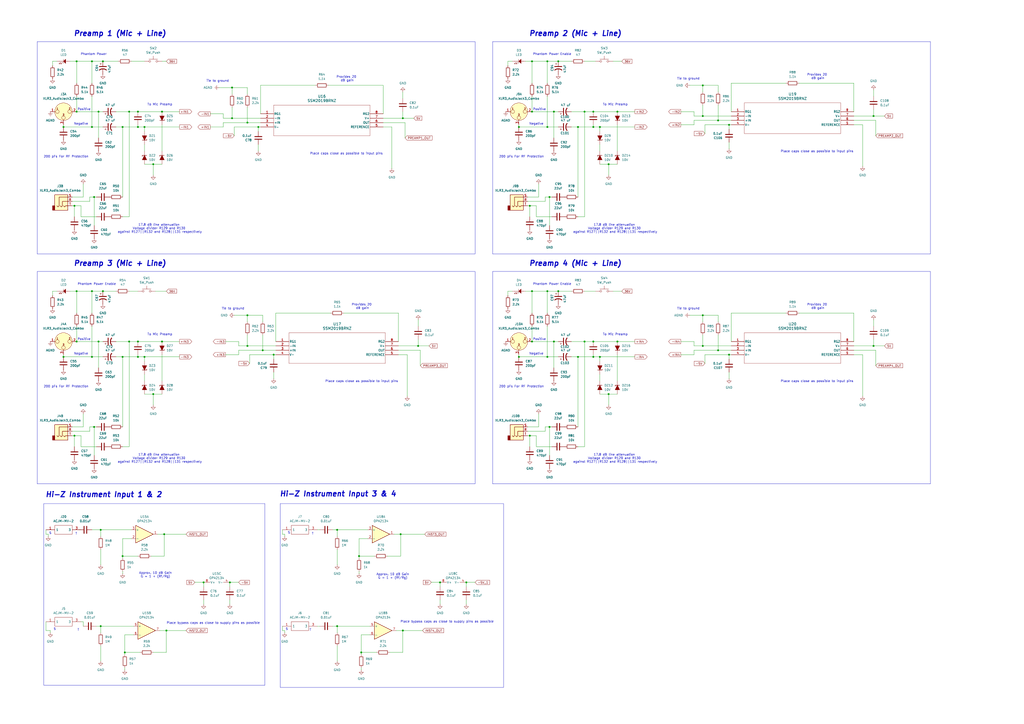
<source format=kicad_sch>
(kicad_sch (version 20231120) (generator "eeschema") (generator_version "8.0")
  (paper "A2")
  (title_block (title "Preamps1"))
  (lib_symbols
    (symbol "Amplifier_Operational:OPA2134" (pin_names (offset 0.127))
      (property "Reference" "U" (at 0 5.08 0))
      (property "Value" "OPA2134" (at 0 -5.08 0))
      (symbol "OPA2134_1_1"
        (pin output line (at 7.62 0 180) (length 2.54) (name "~") (number "1"))
        (pin input line (at -7.62 -2.54 0) (length 2.54) (name "-") (number "2"))
        (pin input line (at -7.62 2.54 0) (length 2.54) (name "+") (number "3"))
      )
      (symbol "OPA2134_2_1"
        (pin input line (at -7.62 2.54 0) (length 2.54) (name "+") (number "5"))
        (pin input line (at -7.62 -2.54 0) (length 2.54) (name "-") (number "6"))
        (pin output line (at 7.62 0 180) (length 2.54) (name "~") (number "7"))
      )
      (symbol "OPA2134_3_1"
        (pin power_in line (at -2.54 -7.62 90) (length 3.81) (name "V-") (number "4"))
        (pin power_in line (at -2.54 7.62 270) (length 3.81) (name "V+") (number "8"))
      )
    )
    (symbol "Connector_Audio:XLR3_AudioJack3_Combo" (pin_names hide)
      (property "Reference" "J" (at 0 10.16 0))
      (property "Value" "XLR3_AudioJack3_Combo" (at 0 7.62 0))
      (symbol "XLR3_AudioJack3_Combo_1_1"
        (text "1" (at -3.556 1.778 0) (effects (font (size 1.016 1.016) (bold yes))))
        (text "2" (at 3.556 1.778 0) (effects (font (size 1.016 1.016) (bold yes))))
        (text "3" (at 0 -1.778 0) (effects (font (size 1.016 1.016) (bold yes))))
        (pin passive line (at -7.62 0 0) (length 2.54) (name "~") (number "1"))
        (pin passive line (at 7.62 0 180) (length 2.54) (name "~") (number "2"))
        (pin passive line (at 0 -7.62 90) (length 2.54) (name "~") (number "3"))
      )
      (symbol "XLR3_AudioJack3_Combo_2_1"
        (pin passive line (at 5.08 0 180) (length 2.54) (name "~") (number "R"))
        (pin passive line (at 5.08 2.54 180) (length 2.54) (name "~") (number "S"))
        (pin passive line (at 5.08 -2.54 180) (length 2.54) (name "~") (number "T"))
      )
    )
    (symbol "Device:C" (pin_numbers hide) (pin_names (offset 0.254))
      (property "Reference" "C" (at 0.635 2.54 0))
      (property "Value" "C" (at 0.635 -2.54 0))
      (symbol "C_1_1"
        (pin passive line (at 0 3.81 270) (length 2.794) (name "~") (number "1"))
        (pin passive line (at 0 -3.81 90) (length 2.794) (name "~") (number "2"))
      )
    )
    (symbol "Device:C_Polarized_US" (pin_numbers hide) (pin_names (offset 0.254) hide)
      (property "Reference" "C" (at 0.635 2.54 0))
      (property "Value" "C_Polarized_US" (at 0.635 -2.54 0))
      (symbol "C_Polarized_US_1_1"
        (pin passive line (at 0 3.81 270) (length 2.794) (name "~") (number "1"))
        (pin passive line (at 0 -3.81 90) (length 3.302) (name "~") (number "2"))
      )
    )
    (symbol "Device:R" (pin_numbers hide) (pin_names (offset 0))
      (property "Reference" "R" (at 2.032 0 90))
      (property "Value" "R" (at 0 0 90))
      (symbol "R_1_1"
        (pin passive line (at 0 3.81 270) (length 1.27) (name "~") (number "1"))
        (pin passive line (at 0 -3.81 90) (length 1.27) (name "~") (number "2"))
      )
    )
    (symbol "PCM_Diode_Zener_AKL:D_Zener_Generic" (pin_numbers hide) (pin_names (offset 1.016) hide)
      (property "Reference" "DZ" (at 0 7.62 0))
      (property "Value" "D_Zener_Generic" (at 0 5.08 0))
      (symbol "D_Zener_Generic_1_1"
        (pin passive line (at 3.81 0 180) (length 2.54) (name "K") (number "1"))
        (pin passive line (at -3.81 0 0) (length 2.54) (name "A") (number "2"))
      )
      (symbol "D_Zener_Generic_1_2"
        (pin passive line (at 2.54 2.54 180) (length 0) (name "K") (number "1"))
        (pin passive line (at -2.54 -2.54 0) (length 0) (name "A") (number "2"))
      )
    )
    (symbol "PCM_SL_Devices:LED"
      (property "Reference" "D" (at -0.508 5.334 0))
      (property "Value" "LED" (at -0.508 2.794 0))
      (symbol "LED_1_1"
        (pin passive line (at 3.81 0 180) (length 1.5) (name "~") (number "1"))
        (pin passive line (at -3.81 0 0) (length 1.5) (name "") (number "2"))
      )
    )
    (symbol "SDLibrary:SSM2019BRNZ" (pin_names (offset 0.254))
      (property "Reference" "U" (at 35.56 10.16 0))
      (property "Value" "SSM2019BRNZ" (at 35.56 7.62 0))
      (symbol "SSM2019BRNZ_0_1"
        (pin unspecified line (at 0 0 0) (length 7.62) (name "RG1") (number "1"))
        (pin unspecified line (at 0 -2.54 0) (length 7.62) (name "-IN") (number "2"))
        (pin unspecified line (at 0 -5.08 0) (length 7.62) (name "+IN") (number "3"))
        (pin power_in line (at 0 -7.62 0) (length 7.62) (name "V-") (number "4"))
        (pin unspecified line (at 71.12 -7.62 180) (length 7.62) (name "REFERENCE") (number "5"))
        (pin unspecified line (at 71.12 -5.08 180) (length 7.62) (name "OUT") (number "6"))
        (pin power_in line (at 71.12 -2.54 180) (length 7.62) (name "V+") (number "7"))
        (pin unspecified line (at 71.12 0 180) (length 7.62) (name "RG2") (number "8"))
      )
    )
    (symbol "SamacSys_Parts:ACJM-MV-2" (pin_names (offset 0.762))
      (property "Reference" "J" (at 16.51 7.62 0))
      (property "Value" "ACJM-MV-2" (at 16.51 5.08 0))
      (symbol "ACJM-MV-2_0_0"
        (pin passive line (at 20.32 0 180) (length 5.08) (name "1") (number "1"))
        (pin passive line (at 0 0 0) (length 5.08) (name "3") (number "3"))
      )
    )
    (symbol "Switch:SW_Push" (pin_numbers hide) (pin_names (offset 1.016) hide)
      (property "Reference" "SW" (at 1.27 2.54 0))
      (property "Value" "SW_Push" (at 0 -1.524 0))
      (symbol "SW_Push_0_1"
        (pin passive line (at -5.08 0 0) (length 2.54) (name "1") (number "1"))
        (pin passive line (at 5.08 0 180) (length 2.54) (name "2") (number "2"))
      )
    )
    (symbol "power:Earth" (power) (pin_numbers hide) (pin_names (offset 0) hide)
      (property "Value" "Earth" (at 0 -3.81 0))
      (symbol "Earth_1_1"
        (pin power_in line (at 0 0 270) (length 0) (name "~") (number "1"))
      )
    )
    (symbol "power:GND" (power) (pin_numbers hide) (pin_names (offset 0) hide)
      (property "Value" "GND" (at 0 -3.81 0))
      (symbol "GND_1_1"
        (pin power_in line (at 0 0 270) (length 0) (name "~") (number "1"))
      )
    )
  )
  (junction (at 71.12 73.66))
  (junction (at 44.45 198.12))
  (junction (at 232.41 309.88))
  (junction (at 83.82 207.01))
  (junction (at 233.68 68.58))
  (junction (at 407.67 182.88))
  (junction (at 422.91 72.39))
  (junction (at 317.5 35.56))
  (junction (at 353.06 95.25))
  (junction (at 347.98 207.01))
  (junction (at 195.58 307.34))
  (junction (at 358.14 198.12))
  (junction (at 344.17 207.01))
  (junction (at 93.98 198.12))
  (junction (at 317.5 73.66))
  (junction (at 209.55 378.46))
  (junction (at 53.34 207.01))
  (junction (at 71.12 322.58))
  (junction (at 318.77 247.65))
  (junction (at 54.61 247.65))
  (junction (at 152.4 203.2))
  (junction (at 347.98 73.66))
  (junction (at 358.14 64.77))
  (junction (at 308.61 198.12))
  (junction (at 58.42 307.34))
  (junction (at 506.73 67.31))
  (junction (at 74.93 198.12))
  (junction (at 96.52 365.76))
  (junction (at 44.45 168.91))
  (junction (at 208.28 322.58))
  (junction (at 318.77 114.3))
  (junction (at 93.98 64.77))
  (junction (at 36.83 207.01))
  (junction (at 59.69 168.91))
  (junction (at 339.09 198.12))
  (junction (at 95.25 309.88))
  (junction (at 407.67 200.66))
  (junction (at 321.31 64.77))
  (junction (at 416.56 203.2))
  (junction (at 72.39 378.46))
  (junction (at 195.58 363.22))
  (junction (at 270.51 337.82))
  (junction (at 307.34 252.73))
  (junction (at 53.34 168.91))
  (junction (at 317.5 168.91))
  (junction (at 43.18 252.73))
  (junction (at 88.9 95.25))
  (junction (at 308.61 35.56))
  (junction (at 80.01 64.77))
  (junction (at 57.15 198.12))
  (junction (at 407.67 67.31))
  (junction (at 88.9 228.6))
  (junction (at 83.82 73.66))
  (junction (at 134.62 68.58))
  (junction (at 344.17 64.77))
  (junction (at 143.51 71.12))
  (junction (at 134.62 50.8))
  (junction (at 43.18 119.38))
  (junction (at 344.17 198.12))
  (junction (at 308.61 64.77))
  (junction (at 118.11 337.82))
  (junction (at 59.69 35.56))
  (junction (at 149.86 73.66))
  (junction (at 58.42 363.22))
  (junction (at 321.31 198.12))
  (junction (at 416.56 69.85))
  (junction (at 36.83 73.66))
  (junction (at 422.91 205.74))
  (junction (at 233.68 365.76))
  (junction (at 80.01 198.12))
  (junction (at 71.12 207.01))
  (junction (at 242.57 200.66))
  (junction (at 57.15 64.77))
  (junction (at 133.35 337.82))
  (junction (at 323.85 168.91))
  (junction (at 344.17 73.66))
  (junction (at 143.51 200.66))
  (junction (at 53.34 35.56))
  (junction (at 506.73 200.66))
  (junction (at 317.5 207.01))
  (junction (at 407.67 49.53))
  (junction (at 80.01 207.01))
  (junction (at 158.75 205.74))
  (junction (at 53.34 73.66))
  (junction (at 339.09 64.77))
  (junction (at 74.93 64.77))
  (junction (at 44.45 64.77))
  (junction (at 300.99 207.01))
  (junction (at 335.28 207.01))
  (junction (at 308.61 168.91))
  (junction (at 255.27 337.82))
  (junction (at 44.45 35.56))
  (junction (at 335.28 73.66))
  (junction (at 80.01 73.66))
  (junction (at 323.85 35.56))
  (junction (at 54.61 114.3))
  (junction (at 300.99 73.66))
  (junction (at 143.51 182.88))
  (junction (at 353.06 228.6))
  (junction (at 307.34 119.38))
  (wire (pts (xy 53.34 55.88) (xy 53.34 73.66)))
  (wire (pts (xy 71.12 312.42) (xy 76.2 312.42)))
  (wire (pts (xy 52.07 247.65) (xy 52.07 250.19)))
  (wire (pts (xy 30.48 35.56) (xy 33.02 35.56)))
  (wire (pts (xy 416.56 69.85) (xy 402.59 69.85)))
  (wire (pts (xy 308.61 198.12) (xy 321.31 198.12)))
  (wire (pts (xy 54.61 247.65) (xy 52.07 247.65)))
  (wire (pts (xy 407.67 60.96) (xy 407.67 67.31)))
  (wire (pts (xy 222.25 49.53) (xy 222.25 66.04)))
  (wire (pts (xy 506.73 185.42) (xy 506.73 189.23)))
  (wire (pts (xy 30.48 168.91) (xy 33.02 168.91)))
  (wire (pts (xy 231.14 205.74) (xy 236.22 205.74)))
  (wire (pts (xy 43.18 252.73) (xy 46.99 252.73)))
  (wire (pts (xy 26.67 365.76) (xy 26.67 360.68)))
  (wire (pts (xy 43.18 252.73) (xy 43.18 259.08)))
  (wire (pts (xy 129.54 68.58) (xy 134.62 68.58)))
  (wire (pts (xy 67.31 207.01) (xy 71.12 207.01)))
  (wire (pts (xy 308.61 35.56) (xy 308.61 48.26)))
  (wire (pts (xy 222.25 73.66) (xy 227.33 73.66)))
  (wire (pts (xy 500.38 205.74) (xy 500.38 229.87)))
  (wire (pts (xy 209.55 378.46) (xy 209.55 379.73)))
  (wire (pts (xy 339.09 64.77) (xy 344.17 64.77)))
  (wire (pts (xy 46.99 125.73) (xy 55.88 125.73)))
  (wire (pts (xy 53.34 189.23) (xy 53.34 207.01)))
  (wire (pts (xy 306.07 116.84) (xy 316.23 116.84)))
  (wire (pts (xy 118.11 337.82) (xy 118.11 340.36)))
  (wire (pts (xy 54.61 114.3) (xy 52.07 114.3)))
  (wire (pts (xy 306.07 250.19) (xy 316.23 250.19)))
  (wire (pts (xy 93.98 72.39) (xy 93.98 87.63)))
  (wire (pts (xy 193.04 307.34) (xy 195.58 307.34)))
  (wire (pts (xy 318.77 114.3) (xy 316.23 114.3)))
  (wire (pts (xy 53.34 168.91) (xy 59.69 168.91)))
  (wire (pts (xy 407.67 49.53) (xy 407.67 53.34)))
  (wire (pts (xy 27.94 309.88) (xy 27.94 311.15)))
  (wire (pts (xy 233.68 365.76) (xy 233.68 378.46)))
  (wire (pts (xy 43.18 119.38) (xy 46.99 119.38)))
  (wire (pts (xy 143.51 71.12) (xy 129.54 71.12)))
  (wire (pts (xy 231.14 203.2) (xy 243.84 203.2)))
  (wire (pts (xy 46.99 307.34) (xy 45.72 307.34)))
  (wire (pts (xy 231.14 200.66) (xy 242.57 200.66)))
  (wire (pts (xy 54.61 247.65) (xy 54.61 264.16)))
  (wire (pts (xy 149.86 73.66) (xy 149.86 76.2)))
  (wire (pts (xy 304.8 168.91) (xy 308.61 168.91)))
  (wire (pts (xy 344.17 64.77) (xy 358.14 64.77)))
  (wire (pts (xy 208.28 331.47) (xy 208.28 332.74)))
  (wire (pts (xy 347.98 73.66) (xy 347.98 76.2)))
  (wire (pts (xy 335.28 73.66) (xy 344.17 73.66)))
  (wire (pts (xy 422.91 86.36) (xy 422.91 82.55)))
  (wire (pts (xy 317.5 73.66) (xy 323.85 73.66)))
  (wire (pts (xy 358.14 205.74) (xy 358.14 220.98)))
  (wire (pts (xy 228.6 309.88) (xy 232.41 309.88)))
  (wire (pts (xy 83.82 73.66) (xy 104.14 73.66)))
  (wire (pts (xy 143.51 62.23) (xy 143.51 71.12)))
  (wire (pts (xy 96.52 365.76) (xy 92.71 365.76)))
  (wire (pts (xy 27.94 309.88) (xy 26.67 309.88)))
  (wire (pts (xy 300.99 207.01) (xy 300.99 205.74)))
  (wire (pts (xy 312.42 247.65) (xy 312.42 240.03)))
  (wire (pts (xy 331.47 73.66) (xy 335.28 73.66)))
  (wire (pts (xy 160.02 181.61) (xy 160.02 198.12)))
  (wire (pts (xy 308.61 64.77) (xy 321.31 64.77)))
  (wire (pts (xy 308.61 189.23) (xy 308.61 198.12)))
  (wire (pts (xy 133.35 337.82) (xy 133.35 340.36)))
  (wire (pts (xy 344.17 207.01) (xy 347.98 207.01)))
  (wire (pts (xy 495.3 200.66) (xy 506.73 200.66)))
  (wire (pts (xy 58.42 318.77) (xy 58.42 327.66)))
  (wire (pts (xy 321.31 64.77) (xy 323.85 64.77)))
  (wire (pts (xy 83.82 207.01) (xy 83.82 209.55)))
  (wire (pts (xy 72.39 378.46) (xy 81.28 378.46)))
  (wire (pts (xy 495.3 205.74) (xy 500.38 205.74)))
  (wire (pts (xy 76.2 35.56) (xy 83.82 35.56)))
  (wire (pts (xy 317.5 168.91) (xy 323.85 168.91)))
  (wire (pts (xy 294.64 168.91) (xy 297.18 168.91)))
  (wire (pts (xy 422.91 72.39) (xy 422.91 74.93)))
  (wire (pts (xy 339.09 168.91) (xy 345.44 168.91)))
  (wire (pts (xy 93.98 35.56) (xy 96.52 35.56)))
  (wire (pts (xy 347.98 83.82) (xy 347.98 87.63)))
  (wire (pts (xy 294.64 38.1) (xy 294.64 35.56)))
  (wire (pts (xy 353.06 228.6) (xy 353.06 234.95)))
  (wire (pts (xy 133.35 347.98) (xy 133.35 350.52)))
  (wire (pts (xy 83.82 73.66) (xy 83.82 76.2)))
  (wire (pts (xy 402.59 69.85) (xy 402.59 72.39)))
  (wire (pts (xy 190.5 49.53) (xy 222.25 49.53)))
  (wire (pts (xy 199.39 181.61) (xy 231.14 181.61)))
  (wire (pts (xy 88.9 378.46) (xy 96.52 378.46)))
  (wire (pts (xy 48.26 360.68) (xy 48.26 363.22)))
  (wire (pts (xy 93.98 198.12) (xy 104.14 198.12)))
  (wire (pts (xy 55.88 363.22) (xy 58.42 363.22)))
  (wire (pts (xy 149.86 73.66) (xy 151.13 73.66)))
  (wire (pts (xy 96.52 365.76) (xy 96.52 378.46)))
  (wire (pts (xy 233.68 68.58) (xy 240.03 68.58)))
  (wire (pts (xy 143.51 182.88) (xy 143.51 186.69)))
  (wire (pts (xy 130.81 198.12) (xy 138.43 198.12)))
  (wire (pts (xy 83.82 217.17) (xy 83.82 220.98)))
  (wire (pts (xy 46.99 360.68) (xy 48.26 360.68)))
  (wire (pts (xy 193.04 363.22) (xy 195.58 363.22)))
  (wire (pts (xy 236.22 205.74) (xy 236.22 229.87)))
  (wire (pts (xy 43.18 119.38) (xy 43.18 125.73)))
  (wire (pts (xy 163.83 365.76) (xy 163.83 363.22)))
  (wire (pts (xy 58.42 307.34) (xy 58.42 311.15)))
  (wire (pts (xy 353.06 95.25) (xy 353.06 101.6)))
  (wire (pts (xy 53.34 73.66) (xy 59.69 73.66)))
  (wire (pts (xy 144.78 205.74) (xy 144.78 210.82)))
  (wire (pts (xy 129.54 71.12) (xy 129.54 73.66)))
  (wire (pts (xy 270.51 337.82) (xy 270.51 340.36)))
  (wire (pts (xy 41.91 116.84) (xy 52.07 116.84)))
  (wire (pts (xy 44.45 35.56) (xy 44.45 48.26)))
  (wire (pts (xy 57.15 64.77) (xy 57.15 80.01)))
  (wire (pts (xy 227.33 73.66) (xy 227.33 97.79)))
  (wire (pts (xy 424.18 48.26) (xy 424.18 64.77)))
  (wire (pts (xy 308.61 35.56) (xy 317.5 35.56)))
  (wire (pts (xy 355.6 168.91) (xy 360.68 168.91)))
  (wire (pts (xy 129.54 66.04) (xy 129.54 68.58)))
  (wire (pts (xy 29.21 365.76) (xy 26.67 365.76)))
  (wire (pts (xy 402.59 200.66) (xy 407.67 200.66)))
  (wire (pts (xy 80.01 207.01) (xy 83.82 207.01)))
  (wire (pts (xy 88.9 228.6) (xy 88.9 234.95)))
  (wire (pts (xy 57.15 64.77) (xy 59.69 64.77)))
  (wire (pts (xy 59.69 35.56) (xy 68.58 35.56)))
  (wire (pts (xy 495.3 48.26) (xy 495.3 64.77)))
  (wire (pts (xy 424.18 69.85) (xy 416.56 69.85)))
  (wire (pts (xy 316.23 114.3) (xy 316.23 116.84)))
  (wire (pts (xy 93.98 205.74) (xy 93.98 220.98)))
  (wire (pts (xy 53.34 207.01) (xy 59.69 207.01)))
  (wire (pts (xy 48.26 114.3) (xy 48.26 106.68)))
  (wire (pts (xy 195.58 363.22) (xy 195.58 367.03)))
  (wire (pts (xy 422.91 72.39) (xy 424.18 72.39)))
  (wire (pts (xy 149.86 87.63) (xy 149.86 83.82)))
  (wire (pts (xy 41.91 252.73) (xy 43.18 252.73)))
  (wire (pts (xy 138.43 200.66) (xy 143.51 200.66)))
  (wire (pts (xy 335.28 207.01) (xy 335.28 247.65)))
  (wire (pts (xy 294.64 171.45) (xy 294.64 168.91)))
  (wire (pts (xy 422.91 205.74) (xy 422.91 208.28)))
  (wire (pts (xy 402.59 64.77) (xy 402.59 67.31)))
  (wire (pts (xy 71.12 73.66) (xy 80.01 73.66)))
  (wire (pts (xy 151.13 71.12) (xy 143.51 71.12)))
  (wire (pts (xy 88.9 95.25) (xy 93.98 95.25)))
  (wire (pts (xy 80.01 73.66) (xy 83.82 73.66)))
  (wire (pts (xy 152.4 182.88) (xy 152.4 186.69)))
  (wire (pts (xy 317.5 55.88) (xy 317.5 73.66)))
  (wire (pts (xy 158.75 219.71) (xy 158.75 215.9)))
  (wire (pts (xy 165.1 365.76) (xy 165.1 367.03)))
  (wire (pts (xy 40.64 35.56) (xy 44.45 35.56)))
  (wire (pts (xy 255.27 347.98) (xy 255.27 350.52)))
  (wire (pts (xy 506.73 67.31) (xy 513.08 67.31)))
  (wire (pts (xy 407.67 200.66) (xy 424.18 200.66)))
  (wire (pts (xy 347.98 217.17) (xy 347.98 220.98)))
  (wire (pts (xy 138.43 205.74) (xy 130.81 205.74)))
  (wire (pts (xy 335.28 259.08) (xy 339.09 259.08)))
  (wire (pts (xy 77.47 368.3) (xy 72.39 368.3)))
  (wire (pts (xy 88.9 95.25) (xy 88.9 101.6)))
  (wire (pts (xy 318.77 114.3) (xy 318.77 130.81)))
  (wire (pts (xy 143.51 200.66) (xy 160.02 200.66)))
  (wire (pts (xy 83.82 83.82) (xy 83.82 87.63)))
  (wire (pts (xy 72.39 378.46) (xy 72.39 379.73)))
  (wire (pts (xy 208.28 322.58) (xy 208.28 323.85)))
  (wire (pts (xy 358.14 198.12) (xy 368.3 198.12)))
  (wire (pts (xy 400.05 49.53) (xy 407.67 49.53)))
  (wire (pts (xy 335.28 125.73) (xy 339.09 125.73)))
  (wire (pts (xy 36.83 207.01) (xy 36.83 205.74)))
  (wire (pts (xy 58.42 363.22) (xy 77.47 363.22)))
  (wire (pts (xy 53.34 35.56) (xy 53.34 48.26)))
  (wire (pts (xy 317.5 35.56) (xy 323.85 35.56)))
  (wire (pts (xy 331.47 207.01) (xy 335.28 207.01)))
  (wire (pts (xy 335.28 207.01) (xy 344.17 207.01)))
  (wire (pts (xy 355.6 35.56) (xy 360.68 35.56)))
  (wire (pts (xy 29.21 365.76) (xy 29.21 367.03)))
  (wire (pts (xy 44.45 168.91) (xy 44.45 181.61)))
  (wire (pts (xy 67.31 198.12) (xy 74.93 198.12)))
  (wire (pts (xy 91.44 309.88) (xy 95.25 309.88)))
  (wire (pts (xy 195.58 374.65) (xy 195.58 383.54)))
  (wire (pts (xy 455.93 48.26) (xy 424.18 48.26)))
  (wire (pts (xy 353.06 228.6) (xy 358.14 228.6)))
  (wire (pts (xy 163.83 307.34) (xy 163.83 309.88)))
  (wire (pts (xy 30.48 171.45) (xy 30.48 168.91)))
  (wire (pts (xy 416.56 60.96) (xy 416.56 69.85)))
  (wire (pts (xy 506.73 63.5) (xy 506.73 67.31)))
  (wire (pts (xy 408.94 72.39) (xy 408.94 77.47)))
  (wire (pts (xy 208.28 312.42) (xy 208.28 322.58)))
  (wire (pts (xy 80.01 198.12) (xy 93.98 198.12)))
  (wire (pts (xy 331.47 64.77) (xy 339.09 64.77)))
  (wire (pts (xy 88.9 228.6) (xy 93.98 228.6)))
  (wire (pts (xy 300.99 73.66) (xy 317.5 73.66)))
  (wire (pts (xy 55.88 247.65) (xy 54.61 247.65)))
  (wire (pts (xy 83.82 95.25) (xy 88.9 95.25)))
  (wire (pts (xy 30.48 38.1) (xy 30.48 35.56)))
  (wire (pts (xy 317.5 35.56) (xy 317.5 48.26)))
  (wire (pts (xy 71.12 322.58) (xy 71.12 323.85)))
  (wire (pts (xy 394.97 64.77) (xy 402.59 64.77)))
  (wire (pts (xy 231.14 181.61) (xy 231.14 198.12)))
  (wire (pts (xy 41.91 114.3) (xy 48.26 114.3)))
  (wire (pts (xy 400.05 182.88) (xy 407.67 182.88)))
  (wire (pts (xy 323.85 168.91) (xy 331.47 168.91)))
  (wire (pts (xy 317.5 168.91) (xy 317.5 181.61)))
  (wire (pts (xy 71.12 125.73) (xy 74.93 125.73)))
  (wire (pts (xy 495.3 181.61) (xy 495.3 198.12)))
  (wire (pts (xy 402.59 203.2) (xy 402.59 205.74)))
  (wire (pts (xy 67.31 73.66) (xy 71.12 73.66)))
  (wire (pts (xy 300.99 73.66) (xy 300.99 72.39)))
  (wire (pts (xy 407.67 182.88) (xy 407.67 186.69)))
  (wire (pts (xy 151.13 49.53) (xy 151.13 66.04)))
  (wire (pts (xy 508 203.2) (xy 508 212.09)))
  (wire (pts (xy 506.73 200.66) (xy 513.08 200.66)))
  (wire (pts (xy 320.04 247.65) (xy 318.77 247.65)))
  (wire (pts (xy 41.91 247.65) (xy 48.26 247.65)))
  (wire (pts (xy 306.07 247.65) (xy 312.42 247.65)))
  (wire (pts (xy 224.79 322.58) (xy 232.41 322.58)))
  (wire (pts (xy 307.34 252.73) (xy 311.15 252.73)))
  (wire (pts (xy 270.51 347.98) (xy 270.51 350.52)))
  (wire (pts (xy 422.91 219.71) (xy 422.91 215.9)))
  (wire (pts (xy 74.93 198.12) (xy 80.01 198.12)))
  (wire (pts (xy 44.45 55.88) (xy 44.45 64.77)))
  (wire (pts (xy 195.58 307.34) (xy 195.58 311.15)))
  (wire (pts (xy 127 50.8) (xy 134.62 50.8)))
  (wire (pts (xy 311.15 259.08) (xy 320.04 259.08)))
  (wire (pts (xy 133.35 337.82) (xy 138.43 337.82)))
  (wire (pts (xy 331.47 198.12) (xy 339.09 198.12)))
  (wire (pts (xy 44.45 35.56) (xy 53.34 35.56)))
  (wire (pts (xy 214.63 368.3) (xy 209.55 368.3)))
  (wire (pts (xy 416.56 194.31) (xy 416.56 203.2)))
  (wire (pts (xy 508 69.85) (xy 508 78.74)))
  (wire (pts (xy 71.12 207.01) (xy 80.01 207.01)))
  (wire (pts (xy 59.69 168.91) (xy 67.31 168.91)))
  (wire (pts (xy 317.5 189.23) (xy 317.5 207.01)))
  (wire (pts (xy 335.28 73.66) (xy 335.28 114.3)))
  (wire (pts (xy 185.42 363.22) (xy 184.15 363.22)))
  (wire (pts (xy 58.42 374.65) (xy 58.42 383.54)))
  (wire (pts (xy 74.93 259.08) (xy 74.93 198.12)))
  (wire (pts (xy 339.09 35.56) (xy 345.44 35.56)))
  (wire (pts (xy 71.12 312.42) (xy 71.12 322.58)))
  (wire (pts (xy 71.12 73.66) (xy 71.12 114.3)))
  (wire (pts (xy 317.5 207.01) (xy 323.85 207.01)))
  (wire (pts (xy 311.15 125.73) (xy 320.04 125.73)))
  (wire (pts (xy 294.64 35.56) (xy 297.18 35.56)))
  (wire (pts (xy 46.99 119.38) (xy 46.99 125.73)))
  (wire (pts (xy 232.41 309.88) (xy 232.41 322.58)))
  (wire (pts (xy 135.89 182.88) (xy 143.51 182.88)))
  (wire (pts (xy 121.92 66.04) (xy 129.54 66.04)))
  (wire (pts (xy 408.94 72.39) (xy 422.91 72.39)))
  (wire (pts (xy 135.89 73.66) (xy 149.86 73.66)))
  (wire (pts (xy 36.83 207.01) (xy 53.34 207.01)))
  (wire (pts (xy 347.98 207.01) (xy 368.3 207.01)))
  (wire (pts (xy 347.98 73.66) (xy 368.3 73.66)))
  (wire (pts (xy 96.52 365.76) (xy 107.95 365.76)))
  (wire (pts (xy 72.39 368.3) (xy 72.39 378.46)))
  (wire (pts (xy 143.51 182.88) (xy 152.4 182.88)))
  (wire (pts (xy 195.58 318.77) (xy 195.58 327.66)))
  (wire (pts (xy 67.31 64.77) (xy 74.93 64.77)))
  (wire (pts (xy 93.98 64.77) (xy 104.14 64.77)))
  (wire (pts (xy 243.84 203.2) (xy 243.84 212.09)))
  (wire (pts (xy 339.09 125.73) (xy 339.09 64.77)))
  (wire (pts (xy 83.82 228.6) (xy 88.9 228.6)))
  (wire (pts (xy 353.06 95.25) (xy 358.14 95.25)))
  (wire (pts (xy 46.99 259.08) (xy 55.88 259.08)))
  (wire (pts (xy 152.4 203.2) (xy 138.43 203.2)))
  (wire (pts (xy 158.75 205.74) (xy 160.02 205.74)))
  (wire (pts (xy 306.07 119.38) (xy 307.34 119.38)))
  (wire (pts (xy 80.01 72.39) (xy 80.01 73.66)))
  (wire (pts (xy 134.62 62.23) (xy 134.62 68.58)))
  (wire (pts (xy 311.15 119.38) (xy 311.15 125.73)))
  (wire (pts (xy 422.91 205.74) (xy 424.18 205.74)))
  (wire (pts (xy 135.89 73.66) (xy 135.89 78.74)))
  (wire (pts (xy 318.77 247.65) (xy 318.77 264.16)))
  (wire (pts (xy 312.42 114.3) (xy 312.42 106.68)))
  (wire (pts (xy 321.31 64.77) (xy 321.31 80.01)))
  (wire (pts (xy 311.15 252.73) (xy 311.15 259.08)))
  (wire (pts (xy 339.09 198.12) (xy 344.17 198.12)))
  (wire (pts (xy 74.93 64.77) (xy 80.01 64.77)))
  (wire (pts (xy 209.55 378.46) (xy 218.44 378.46)))
  (wire (pts (xy 270.51 337.82) (xy 275.59 337.82)))
  (wire (pts (xy 138.43 198.12) (xy 138.43 200.66)))
  (wire (pts (xy 72.39 387.35) (xy 72.39 388.62)))
  (wire (pts (xy 191.77 181.61) (xy 160.02 181.61)))
  (wire (pts (xy 344.17 72.39) (xy 344.17 73.66)))
  (wire (pts (xy 402.59 205.74) (xy 394.97 205.74)))
  (wire (pts (xy 344.17 205.74) (xy 344.17 207.01)))
  (wire (pts (xy 344.17 198.12) (xy 358.14 198.12)))
  (wire (pts (xy 208.28 322.58) (xy 217.17 322.58)))
  (wire (pts (xy 344.17 73.66) (xy 347.98 73.66)))
  (wire (pts (xy 307.34 252.73) (xy 307.34 259.08)))
  (wire (pts (xy 195.58 307.34) (xy 213.36 307.34)))
  (wire (pts (xy 44.45 198.12) (xy 57.15 198.12)))
  (wire (pts (xy 95.25 309.88) (xy 95.25 322.58)))
  (wire (pts (xy 242.57 200.66) (xy 248.92 200.66)))
  (wire (pts (xy 232.41 309.88) (xy 246.38 309.88)))
  (wire (pts (xy 44.45 64.77) (xy 57.15 64.77)))
  (wire (pts (xy 463.55 181.61) (xy 495.3 181.61)))
  (wire (pts (xy 416.56 49.53) (xy 416.56 53.34)))
  (wire (pts (xy 160.02 203.2) (xy 152.4 203.2)))
  (wire (pts (xy 165.1 365.76) (xy 163.83 365.76)))
  (wire (pts (xy 320.04 114.3) (xy 318.77 114.3)))
  (wire (pts (xy 95.25 309.88) (xy 107.95 309.88)))
  (wire (pts (xy 402.59 198.12) (xy 402.59 200.66)))
  (wire (pts (xy 74.93 168.91) (xy 80.01 168.91)))
  (wire (pts (xy 506.73 196.85) (xy 506.73 200.66)))
  (wire (pts (xy 134.62 50.8) (xy 134.62 54.61)))
  (wire (pts (xy 402.59 72.39) (xy 394.97 72.39)))
  (wire (pts (xy 233.68 365.76) (xy 245.11 365.76)))
  (wire (pts (xy 90.17 168.91) (xy 96.52 168.91)))
  (wire (pts (xy 222.25 71.12) (xy 234.95 71.12)))
  (wire (pts (xy 321.31 198.12) (xy 323.85 198.12)))
  (wire (pts (xy 339.09 259.08) (xy 339.09 198.12)))
  (wire (pts (xy 134.62 50.8) (xy 143.51 50.8)))
  (wire (pts (xy 158.75 205.74) (xy 158.75 208.28)))
  (wire (pts (xy 52.07 114.3) (xy 52.07 116.84)))
  (wire (pts (xy 455.93 181.61) (xy 424.18 181.61)))
  (wire (pts (xy 394.97 198.12) (xy 402.59 198.12)))
  (wire (pts (xy 163.83 309.88) (xy 165.1 309.88)))
  (wire (pts (xy 44.45 189.23) (xy 44.45 198.12)))
  (wire (pts (xy 495.3 69.85) (xy 508 69.85)))
  (wire (pts (xy 113.03 337.82) (xy 118.11 337.82)))
  (wire (pts (xy 36.83 73.66) (xy 53.34 73.66)))
  (wire (pts (xy 58.42 307.34) (xy 76.2 307.34)))
  (wire (pts (xy 36.83 73.66) (xy 36.83 72.39)))
  (wire (pts (xy 500.38 72.39) (xy 500.38 96.52)))
  (wire (pts (xy 347.98 228.6) (xy 353.06 228.6)))
  (wire (pts (xy 209.55 387.35) (xy 209.55 388.62)))
  (wire (pts (xy 83.82 207.01) (xy 104.14 207.01)))
  (wire (pts (xy 87.63 322.58) (xy 95.25 322.58)))
  (wire (pts (xy 53.34 35.56) (xy 59.69 35.56)))
  (wire (pts (xy 408.94 205.74) (xy 422.91 205.74)))
  (wire (pts (xy 250.19 337.82) (xy 255.27 337.82)))
  (wire (pts (xy 358.14 72.39) (xy 358.14 87.63)))
  (wire (pts (xy 71.12 322.58) (xy 80.01 322.58)))
  (wire (pts (xy 129.54 73.66) (xy 121.92 73.66)))
  (wire (pts (xy 222.25 68.58) (xy 233.68 68.58)))
  (wire (pts (xy 55.88 114.3) (xy 54.61 114.3)))
  (wire (pts (xy 407.67 49.53) (xy 416.56 49.53)))
  (wire (pts (xy 152.4 194.31) (xy 152.4 203.2)))
  (wire (pts (xy 143.51 194.31) (xy 143.51 200.66)))
  (wire (pts (xy 233.68 53.34) (xy 233.68 57.15)))
  (wire (pts (xy 402.59 67.31) (xy 407.67 67.31)))
  (wire (pts (xy 347.98 95.25) (xy 353.06 95.25)))
  (wire (pts (xy 308.61 55.88) (xy 308.61 64.77)))
  (wire (pts (xy 44.45 168.91) (xy 53.34 168.91)))
  (wire (pts (xy 165.1 309.88) (xy 165.1 311.15)))
  (wire (pts (xy 307.34 119.38) (xy 307.34 125.73)))
  (wire (pts (xy 53.34 168.91) (xy 53.34 181.61)))
  (wire (pts (xy 209.55 368.3) (xy 209.55 378.46)))
  (wire (pts (xy 347.98 207.01) (xy 347.98 209.55)))
  (wire (pts (xy 304.8 35.56) (xy 308.61 35.56)))
  (wire (pts (xy 307.34 119.38) (xy 311.15 119.38)))
  (wire (pts (xy 323.85 35.56) (xy 331.47 35.56)))
  (wire (pts (xy 300.99 207.01) (xy 317.5 207.01)))
  (wire (pts (xy 134.62 68.58) (xy 151.13 68.58)))
  (wire (pts (xy 46.99 252.73) (xy 46.99 259.08)))
  (wire (pts (xy 506.73 52.07) (xy 506.73 55.88)))
  (wire (pts (xy 463.55 48.26) (xy 495.3 48.26)))
  (wire (pts (xy 407.67 194.31) (xy 407.67 200.66)))
  (wire (pts (xy 144.78 205.74) (xy 158.75 205.74)))
  (wire (pts (xy 407.67 182.88) (xy 416.56 182.88)))
  (wire (pts (xy 308.61 168.91) (xy 308.61 181.61)))
  (wire (pts (xy 242.57 196.85) (xy 242.57 200.66)))
  (wire (pts (xy 71.12 259.08) (xy 74.93 259.08)))
  (wire (pts (xy 74.93 125.73) (xy 74.93 64.77)))
  (wire (pts (xy 41.91 250.19) (xy 52.07 250.19)))
  (wire (pts (xy 407.67 67.31) (xy 424.18 67.31)))
  (wire (pts (xy 424.18 181.61) (xy 424.18 198.12)))
  (wire (pts (xy 80.01 64.77) (xy 93.98 64.77)))
  (wire (pts (xy 233.68 64.77) (xy 233.68 68.58)))
  (wire (pts (xy 316.23 247.65) (xy 316.23 250.19)))
  (wire (pts (xy 495.3 203.2) (xy 508 203.2)))
  (wire (pts (xy 57.15 198.12) (xy 57.15 213.36)))
  (wire (pts (xy 408.94 205.74) (xy 408.94 210.82)))
  (wire (pts (xy 233.68 365.76) (xy 229.87 365.76)))
  (wire (pts (xy 58.42 363.22) (xy 58.42 367.03)))
  (wire (pts (xy 358.14 64.77) (xy 368.3 64.77)))
  (wire (pts (xy 57.15 198.12) (xy 59.69 198.12)))
  (wire (pts (xy 226.06 378.46) (xy 233.68 378.46)))
  (wire (pts (xy 242.57 185.42) (xy 242.57 189.23)))
  (wire (pts (xy 48.26 247.65) (xy 48.26 240.03)))
  (wire (pts (xy 234.95 71.12) (xy 234.95 80.01)))
  (wire (pts (xy 41.91 119.38) (xy 43.18 119.38)))
  (wire (pts (xy 321.31 198.12) (xy 321.31 213.36)))
  (wire (pts (xy 71.12 331.47) (xy 71.12 332.74)))
  (wire (pts (xy 495.3 72.39) (xy 500.38 72.39)))
  (wire (pts (xy 306.07 114.3) (xy 312.42 114.3)))
  (wire (pts (xy 184.15 307.34) (xy 185.42 307.34)))
  (wire (pts (xy 138.43 203.2) (xy 138.43 205.74)))
  (wire (pts (xy 53.34 307.34) (xy 58.42 307.34)))
  (wire (pts (xy 208.28 312.42) (xy 213.36 312.42)))
  (wire (pts (xy 195.58 363.22) (xy 214.63 363.22)))
  (wire (pts (xy 40.64 168.91) (xy 44.45 168.91)))
  (wire (pts (xy 495.3 67.31) (xy 506.73 67.31)))
  (wire (pts (xy 80.01 205.74) (xy 80.01 207.01)))
  (wire (pts (xy 416.56 182.88) (xy 416.56 186.69)))
  (wire (pts (xy 318.77 247.65) (xy 316.23 247.65)))
  (wire (pts (xy 54.61 114.3) (xy 54.61 130.81)))
  (wire (pts (xy 71.12 207.01) (xy 71.12 247.65)))
  (wire (pts (xy 306.07 252.73) (xy 307.34 252.73)))
  (wire (pts (xy 308.61 168.91) (xy 317.5 168.91)))
  (wire (pts (xy 416.56 203.2) (xy 402.59 203.2)))
  (wire (pts (xy 182.88 49.53) (xy 151.13 49.53)))
  (wire (pts (xy 26.67 309.88) (xy 26.67 307.34)))
  (wire (pts (xy 255.27 337.82) (xy 255.27 340.36)))
  (wire (pts (xy 143.51 50.8) (xy 143.51 54.61)))
  (wire (pts (xy 118.11 347.98) (xy 118.11 350.52)))
  (wire (pts (xy 424.18 203.2) (xy 416.56 203.2)))
  (rectangle (start 285.75 24.13) (end 539.75 147.32))
  (rectangle (start 21.59 157.48) (end 275.59 280.67))
  (rectangle (start 21.59 24.13) (end 275.59 147.32))
  (rectangle (start 162.56 292.1) (end 292.1 398.78))
  (rectangle (start 285.75 157.48) (end 539.75 280.67))
  (rectangle (start 25.4 292.1) (end 153.67 397.51))
  (text "Phantom Power Enable" (at 320.294 31.496 0) (effects (font (size 1.27 1.27))))
  (text "Preamp 3 (Mic + Line)" (at 69.596 152.908 0) (effects (font (size 3 3) (thickness 0.6) (bold yes) (italic yes))))
  (text "Positive" (at 312.928 196.85 0) (effects (font (size 1.27 1.27))))
  (text "To Mic Preamp" (at 92.71 194.056 0) (effects (font (size 1.27 1.27))))
  (text "200 pFs For RF Protection\n" (at 38.354 90.932 0) (effects (font (size 1.27 1.27))))
  (text "Approx. 10 dB Gain\nG = 1 + (Rf/Rg)" (at 90.17 333.502 0) (effects (font (size 1.27 1.27))))
  (text "T" (at 181.356 309.626 0) (effects (font (size 1.27 1.27))))
  (text "T" (at 180.086 365.506 0) (effects (font (size 1.27 1.27))))
  (text "Place caps close as possible to input pins" (at 209.804 221.234 0) (effects (font (size 1.27 1.27))))
  (text "S" (at 31.75 364.998 0) (effects (font (size 1.27 1.27))))
  (text "T" (at 45.466 365.506 0) (effects (font (size 1.27 1.27))))
  (text "S" (at 167.64 309.118 0) (effects (font (size 1.27 1.27))))
  (text "Phantom Power Enable" (at 56.134 164.846 0) (effects (font (size 1.27 1.27))))
  (text "Hi-Z Instrument Input 1 & 2\n" (at 60.198 287.02 0) (effects (font (size 3 3) (thickness 0.6) (bold yes) (italic yes))))
  (text "17.8 dB line attenuation \nVoltage divider R129 and R130 \nagainst R127||R132 and R128||131 respectively\n\n" (at 356.87 133.604 0) (effects (font (size 1.27 1.27))))
  (text "17.8 dB line attenuation \nVoltage divider R129 and R130 \nagainst R127||R132 and R128||131 respectively\n\n" (at 92.71 133.604 0) (effects (font (size 1.27 1.27))))
  (text "S" (at 166.37 364.998 0) (effects (font (size 1.27 1.27))))
  (text "Place caps close as possible to input pins" (at 473.964 221.234 0) (effects (font (size 1.27 1.27))))
  (text "To Mic Preamp" (at 356.87 194.056 0) (effects (font (size 1.27 1.27))))
  (text "Phantom Power\n" (at 54.356 31.496 0) (effects (font (size 1.27 1.27))))
  (text "200 pFs For RF Protection\n" (at 302.514 224.282 0) (effects (font (size 1.27 1.27))))
  (text "Provides 20\n dB gain" (at 209.804 177.8 0) (effects (font (size 1.27 1.27))))
  (text "To Mic Preamp" (at 356.87 60.706 0) (effects (font (size 1.27 1.27))))
  (text "Negative\n" (at 311.15 71.882 0) (effects (font (size 1.27 1.27))))
  (text "Preamp 2 (Mic + Line)" (at 333.756 19.558 0) (effects (font (size 3 3) (thickness 0.6) (bold yes) (italic yes))))
  (text "200 pFs For RF Protection\n" (at 302.514 90.932 0) (effects (font (size 1.27 1.27))))
  (text "Negative\n" (at 311.15 205.232 0) (effects (font (size 1.27 1.27))))
  (text "Tie to ground\n" (at 399.288 45.72 0) (effects (font (size 1.27 1.27))))
  (text "Negative\n" (at 46.99 205.232 0) (effects (font (size 1.27 1.27))))
  (text "Negative\n" (at 46.99 71.882 0) (effects (font (size 1.27 1.27))))
  (text "17.8 dB line attenuation \nVoltage divider R129 and R130 \nagainst R127||R132 and R128||131 respectively\n\n" (at 356.87 266.954 0) (effects (font (size 1.27 1.27))))
  (text "To Mic Preamp" (at 92.71 60.706 0) (effects (font (size 1.27 1.27))))
  (text "Positive" (at 48.768 63.5 0) (effects (font (size 1.27 1.27))))
  (text "Hi-Z Instrument Input 3 & 4\n\n" (at 196.088 289.052 0) (effects (font (size 3 3) (thickness 0.6) (bold yes) (italic yes))))
  (text "Place bypass caps as close to supply pins as possible" (at 259.334 360.68 0) (effects (font (size 1.27 1.27))))
  (text "Tie to ground\n" (at 399.288 179.07 0) (effects (font (size 1.27 1.27))))
  (text "Approx. 10 dB Gain\nG = 1 + (Rf/Rg)" (at 227.838 334.264 0) (effects (font (size 1.27 1.27))))
  (text "Tie to ground\n" (at 126.238 46.99 0) (effects (font (size 1.27 1.27))))
  (text "S" (at 29.21 309.372 0) (effects (font (size 1.27 1.27))))
  (text "Phantom Power Enable" (at 320.294 164.846 0) (effects (font (size 1.27 1.27))))
  (text "200 pFs For RF Protection\n" (at 38.354 224.282 0) (effects (font (size 1.27 1.27))))
  (text "T" (at 44.196 309.626 0) (effects (font (size 1.27 1.27))))
  (text "Place caps close as possible to input pins" (at 473.964 87.884 0) (effects (font (size 1.27 1.27))))
  (text "Provides 20\n dB gain" (at 200.914 45.72 0) (effects (font (size 1.27 1.27))))
  (text "Preamp 1 (Mic + Line)" (at 69.596 19.558 0) (effects (font (size 3 3) (thickness 0.6) (bold yes) (italic yes))))
  (text "Provides 20\n dB gain" (at 473.964 44.45 0) (effects (font (size 1.27 1.27))))
  (text "Positive" (at 312.928 63.5 0) (effects (font (size 1.27 1.27))))
  (text "Positive" (at 48.768 196.85 0) (effects (font (size 1.27 1.27))))
  (text "Place bypass caps as close to supply pins as possible" (at 123.698 361.442 0) (effects (font (size 1.27 1.27))))
  (text "Provides 20\n dB gain" (at 473.964 177.8 0) (effects (font (size 1.27 1.27))))
  (text "17.8 dB line attenuation \nVoltage divider R129 and R130 \nagainst R127||R132 and R128||131 respectively\n\n" (at 92.71 266.954 0) (effects (font (size 1.27 1.27))))
  (text "Preamp 4 (Mic + Line)" (at 333.756 152.908 0) (effects (font (size 3 3) (thickness 0.6) (bold yes) (italic yes))))
  (text "Place caps close as possible to input pins" (at 200.914 89.154 0) (effects (font (size 1.27 1.27))))
  (text "Tie to ground\n" (at 135.128 179.07 0) (effects (font (size 1.27 1.27))))
  (global_label "+IN1" (shape output) (at 121.92 73.66 180) (property "Intersheetrefs" "${INTERSHEET_REFS}" (effects (hide yes))))
  (global_label "PREAMP4_OUT" (shape input) (at 508 212.09 0) (property "Intersheetrefs" "${INTERSHEET_REFS}" (effects (hide yes))))
  (global_label "5V" (shape input) (at 248.92 200.66 0) (property "Intersheetrefs" "${INTERSHEET_REFS}" (effects (hide yes))))
  (global_label "-IN4" (shape output) (at 394.97 198.12 180) (property "Intersheetrefs" "${INTERSHEET_REFS}" (effects (hide yes))))
  (global_label "PREAMP3_OUT" (shape input) (at 243.84 212.09 0) (property "Intersheetrefs" "${INTERSHEET_REFS}" (effects (hide yes))))
  (global_label "+IN1" (shape output) (at 104.14 64.77 0) (property "Intersheetrefs" "${INTERSHEET_REFS}" (effects (hide yes))))
  (global_label "36V" (shape input) (at 360.68 168.91 0) (property "Intersheetrefs" "${INTERSHEET_REFS}" (effects (hide yes))))
  (global_label "-5V" (shape input) (at 144.78 210.82 180) (property "Intersheetrefs" "${INTERSHEET_REFS}" (effects (hide yes))))
  (global_label "-IN2" (shape output) (at 368.3 73.66 0) (property "Intersheetrefs" "${INTERSHEET_REFS}" (effects (hide yes))))
  (global_label "-5V" (shape input) (at 138.43 337.82 0) (property "Intersheetrefs" "${INTERSHEET_REFS}" (effects (hide yes))))
  (global_label "5V" (shape input) (at 250.19 337.82 180) (property "Intersheetrefs" "${INTERSHEET_REFS}" (effects (hide yes))))
  (global_label "INST1_OUT" (shape input) (at 107.95 309.88 0) (property "Intersheetrefs" "${INTERSHEET_REFS}" (effects (hide yes))))
  (global_label "5V" (shape input) (at 240.03 68.58 0) (property "Intersheetrefs" "${INTERSHEET_REFS}" (effects (hide yes))))
  (global_label "-5V" (shape input) (at 408.94 77.47 180) (property "Intersheetrefs" "${INTERSHEET_REFS}" (effects (hide yes))))
  (global_label "5V" (shape input) (at 113.03 337.82 180) (property "Intersheetrefs" "${INTERSHEET_REFS}" (effects (hide yes))))
  (global_label "INST2_OUT" (shape input) (at 107.95 365.76 0) (property "Intersheetrefs" "${INTERSHEET_REFS}" (effects (hide yes))))
  (global_label "-IN2" (shape output) (at 394.97 64.77 180) (property "Intersheetrefs" "${INTERSHEET_REFS}" (effects (hide yes))))
  (global_label "-IN3" (shape output) (at 104.14 207.01 0) (property "Intersheetrefs" "${INTERSHEET_REFS}" (effects (hide yes))))
  (global_label "-5V" (shape input) (at 408.94 210.82 180) (property "Intersheetrefs" "${INTERSHEET_REFS}" (effects (hide yes))))
  (global_label "36V" (shape input) (at 360.68 35.56 0) (property "Intersheetrefs" "${INTERSHEET_REFS}" (effects (hide yes))))
  (global_label "INST3_OUT" (shape input) (at 246.38 309.88 0) (property "Intersheetrefs" "${INTERSHEET_REFS}" (effects (hide yes))))
  (global_label "-IN1" (shape output) (at 121.92 66.04 180) (property "Intersheetrefs" "${INTERSHEET_REFS}" (effects (hide yes))))
  (global_label "36V" (shape input) (at 96.52 168.91 0) (property "Intersheetrefs" "${INTERSHEET_REFS}" (effects (hide yes))))
  (global_label "+IN2" (shape output) (at 394.97 72.39 180) (property "Intersheetrefs" "${INTERSHEET_REFS}" (effects (hide yes))))
  (global_label "-IN4" (shape output) (at 368.3 207.01 0) (property "Intersheetrefs" "${INTERSHEET_REFS}" (effects (hide yes))))
  (global_label "+IN4" (shape output) (at 368.3 198.12 0) (property "Intersheetrefs" "${INTERSHEET_REFS}" (effects (hide yes))))
  (global_label "5V" (shape input) (at 513.08 67.31 0) (property "Intersheetrefs" "${INTERSHEET_REFS}" (effects (hide yes))))
  (global_label "+IN3" (shape output) (at 130.81 205.74 180) (property "Intersheetrefs" "${INTERSHEET_REFS}" (effects (hide yes))))
  (global_label "PREAMP1_OUT" (shape input) (at 234.95 80.01 0) (property "Intersheetrefs" "${INTERSHEET_REFS}" (effects (hide yes))))
  (global_label "-IN1" (shape output) (at 104.14 73.66 0) (property "Intersheetrefs" "${INTERSHEET_REFS}" (effects (hide yes))))
  (global_label "INST4_OUT" (shape input) (at 245.11 365.76 0) (property "Intersheetrefs" "${INTERSHEET_REFS}" (effects (hide yes))))
  (global_label "+IN4" (shape output) (at 394.97 205.74 180) (property "Intersheetrefs" "${INTERSHEET_REFS}" (effects (hide yes))))
  (global_label "5V" (shape input) (at 513.08 200.66 0) (property "Intersheetrefs" "${INTERSHEET_REFS}" (effects (hide yes))))
  (global_label "+IN2" (shape output) (at 368.3 64.77 0) (property "Intersheetrefs" "${INTERSHEET_REFS}" (effects (hide yes))))
  (global_label "+IN3" (shape output) (at 104.14 198.12 0) (property "Intersheetrefs" "${INTERSHEET_REFS}" (effects (hide yes))))
  (global_label "-5V_1" (shape input) (at 275.59 337.82 0) (property "Intersheetrefs" "${INTERSHEET_REFS}" (effects (hide yes))))
  (global_label "36V" (shape input) (at 96.52 35.56 0) (property "Intersheetrefs" "${INTERSHEET_REFS}" (effects (hide yes))))
  (global_label "-IN3" (shape output) (at 130.81 198.12 180) (property "Intersheetrefs" "${INTERSHEET_REFS}" (effects (hide yes))))
  (global_label "-5V" (shape input) (at 135.89 78.74 180) (property "Intersheetrefs" "${INTERSHEET_REFS}" (effects (hide yes))))
  (global_label "PREAMP2_OUT" (shape input) (at 508 78.74 0) (property "Intersheetrefs" "${INTERSHEET_REFS}" (effects (hide yes))))
  (symbol (lib_id "Amplifier_Operational:OPA2134") (at 83.82 309.88 0) (unit 1) (on_board no)
    (property "Reference" "U15" (at 83.82 299.72 0))
    (property "Value" "OPA2134" (at 83.82 302.26 0))
    (property "Footprint" "SamacSys_Parts:SOIC127P600X175-8N" (effects (hide yes)))
    (property "Datasheet" "http://www.ti.com/lit/ds/symlink/opa134.pdf" (effects (hide yes)))
    (property "Description" "Dual SoundPlus High Performance Audio Operational Amplifiers, DIP-8/SOIC-8" (effects (hide yes)))
  )
  (symbol (lib_id "power:Earth") (at 29.21 64.77 0) (unit 1) (on_board no)
    (property "Reference" "#PWR059" (effects (hide yes)))
    (property "Value" "AGND" (at 29.21 69.85 0))
    (property "Description" "Power symbol creates a global label with name \"Earth\"" (effects (hide yes)))
  )
  (symbol (lib_id "power:GND") (at 57.15 220.98 0) (unit 1) (on_board no)
    (property "Reference" "#PWR074" (effects (hide yes)))
    (property "Value" "GND" (at 57.15 226.06 0))
    (property "Description" "Power symbol creates a global label with name \"GND\" , ground" (effects (hide yes)))
  )
  (symbol (lib_id "Device:C_Polarized_US") (at 63.5 73.66 90) (unit 1) (on_board no)
    (property "Reference" "C71" (at 63.5 77.216 90))
    (property "Value" "47 uF" (at 64.008 69.85 90))
    (property "Footprint" "Capacitor_SMD:CP_Elec_4x5.8" (effects (hide yes)))
    (property "Description" "Polarized capacitor, US symbol" (effects (hide yes)))
  )
  (symbol (lib_id "Device:C_Polarized_US") (at 63.5 207.01 90) (unit 1) (on_board no)
    (property "Reference" "C73" (at 63.5 210.566 90))
    (property "Value" "47 uF" (at 64.008 203.2 90))
    (property "Footprint" "Capacitor_SMD:CP_Elec_4x5.8" (effects (hide yes)))
    (property "Description" "Polarized capacitor, US symbol" (effects (hide yes)))
  )
  (symbol (lib_id "SamacSys_Parts:ACJM-MV-2") (at 184.15 307.34 0) (mirror y) (unit 1) (on_board no)
    (property "Reference" "J7" (at 173.99 299.72 0))
    (property "Value" "ACJM-MV-2" (at 173.99 302.26 0))
    (property "Footprint" "ACJMMV2" (effects (hide yes)))
    (property "Datasheet" "http://www.amphenol-sine.com/pdf/datasheet/ACJM-MV-2.pdf" (effects (hide yes)))
    (property "Description" "1/4\" Single Vertical PCB Phone Jack, Mono (2 Channels), Metal Bore, Metal Nut, Metal Thread" (effects (hide yes)))
    (property "Description_1" "1/4\" Single Vertical PCB Phone Jack, Mono (2 Channels), Metal Bore, Metal Nut, Metal Thread" (effects (hide yes)))
    (property "Height" "31.45" (effects (hide yes)))
    (property "Manufacturer_Name" "Amphenol Sine Systems" (effects (hide yes)))
    (property "Manufacturer_Part_Number" "ACJM-MV-2" (effects (hide yes)))
    (property "Mouser Part Number" "523-ACJM-MV-2" (effects (hide yes)))
    (property "Mouser Price/Stock" "https://www.mouser.co.uk/ProductDetail/Amphenol-Audio/ACJM-MV-2?qs=t8%2F5FiDdxGYddeX2yxDacQ%3D%3D" (effects (hide yes)))
    (property "Arrow Part Number" "ACJM-MV-2" (effects (hide yes)))
    (property "Arrow Price/Stock" "https://www.arrow.com/en/products/acjm-mv-2/amphenol?region=nac" (effects (hide yes)))
  )
  (symbol (lib_id "Device:R") (at 186.69 49.53 270) (unit 1) (on_board no)
    (property "Reference" "R64" (at 186.69 43.18 90))
    (property "Value" "1.1k" (at 186.69 45.72 90))
    (property "Footprint" "Resistor_SMD:R_0805_2012Metric" (effects (hide yes)))
    (property "Description" "Resistor" (effects (hide yes)))
  )
  (symbol (lib_id "PCM_SL_Devices:LED") (at 300.99 168.91 180) (unit 1) (on_board no)
    (property "Reference" "D4" (at 300.99 162.56 0))
    (property "Value" "LED" (at 300.99 165.1 0))
    (property "Footprint" "LED_SMD:LED_0201_0603Metric" (effects (hide yes)))
    (property "Datasheet" "https://www.we-online.com/components/products/datasheet/150060BS75000.pdf" (effects (hide yes)))
    (property "Description" "Common 5mm diameter LED" (effects (hide yes)))
  )
  (symbol (lib_id "Switch:SW_Push") (at 88.9 35.56 0) (unit 1) (on_board no)
    (property "Reference" "SW2" (at 88.9 27.94 0))
    (property "Value" "SW_Push" (at 88.9 30.48 0))
    (property "Footprint" "Button_Switch_THT:SW_PUSH_1P1T_6x3.5mm_H5.0_APEM_MJTP1250" (effects (hide yes)))
    (property "Description" "Push button switch, generic, two pins" (effects (hide yes)))
  )
  (symbol (lib_id "Device:C") (at 323.85 125.73 270) (unit 1) (on_board no)
    (property "Reference" "C96" (at 323.85 118.11 90))
    (property "Value" "22uF" (at 323.85 120.65 90))
    (property "Footprint" "Capacitor_SMD:C_0402_1005Metric" (effects (hide yes)))
    (property "Description" "Unpolarized capacitor" (effects (hide yes)))
  )
  (symbol (lib_id "Device:C") (at 57.15 217.17 180) (unit 1) (on_board no)
    (property "Reference" "C63" (at 60.96 215.8999 0) (effects (justify right)))
    (property "Value" "200pF" (at 60.96 218.4399 0) (effects (justify right)))
    (property "Footprint" "Capacitor_SMD:C_0402_1005Metric" (effects (hide yes)))
    (property "Description" "Unpolarized capacitor" (effects (hide yes)))
  )
  (symbol (lib_id "Device:C") (at 80.01 68.58 180) (unit 1) (on_board no)
    (property "Reference" "C74" (at 83.82 67.3099 0) (effects (justify right)))
    (property "Value" "200pF" (at 83.82 69.8499 0) (effects (justify right)))
    (property "Footprint" "Capacitor_SMD:C_0402_1005Metric" (effects (hide yes)))
    (property "Description" "Unpolarized capacitor" (effects (hide yes)))
  )
  (symbol (lib_id "power:GND") (at 227.33 97.79 0) (unit 1) (on_board no)
    (property "Reference" "#PWR095" (effects (hide yes)))
    (property "Value" "GND" (at 227.33 102.87 0))
    (property "Description" "Power symbol creates a global label with name \"GND\" , ground" (effects (hide yes)))
  )
  (symbol (lib_id "Device:C") (at 59.69 247.65 270) (unit 1) (on_board no)
    (property "Reference" "C68" (at 59.69 240.03 90))
    (property "Value" "22uF" (at 59.69 242.57 90))
    (property "Footprint" "Capacitor_SMD:C_0402_1005Metric" (effects (hide yes)))
    (property "Description" "Unpolarized capacitor" (effects (hide yes)))
  )
  (symbol (lib_id "Switch:SW_Push") (at 350.52 168.91 0) (unit 1) (on_board no)
    (property "Reference" "SW4" (at 350.52 161.29 0))
    (property "Value" "SW_Push" (at 350.52 163.83 0))
    (property "Footprint" "Button_Switch_THT:SW_PUSH_1P1T_6x3.5mm_H5.0_APEM_MJTP1250" (effects (hide yes)))
    (property "Description" "Push button switch, generic, two pins" (effects (hide yes)))
  )
  (symbol (lib_id "power:GND") (at 135.89 182.88 270) (unit 1) (on_board no)
    (property "Reference" "#PWR086" (effects (hide yes)))
    (property "Value" "GND" (at 132.08 182.8799 90) (effects (justify right)))
    (property "Description" "Power symbol creates a global label with name \"GND\" , ground" (effects (hide yes)))
  )
  (symbol (lib_id "Connector_Audio:XLR3_AudioJack3_Combo") (at 36.83 116.84 0) (unit 2) (on_board no)
    (property "Reference" "J3" (at 34.925 107.95 0))
    (property "Value" "XLR3_AudioJack3_Combo" (at 34.925 110.49 0))
    (property "Footprint" "Connector_Audio:Jack_XLR-6.35mm_Neutrik_NCJ5FI-H-0_Horizontal" (effects (hide yes)))
    (property "Description" "XLR (Male or Female) and Audio Jack (Stereo / TRS) Combo Connector, Discrete Ground Pin" (effects (hide yes)))
  )
  (symbol (lib_id "power:GND") (at 209.55 388.62 0) (unit 1) (on_board no)
    (property "Reference" "#PWR068" (effects (hide yes)))
    (property "Value" "GND" (at 209.55 393.7 0))
    (property "Description" "Power symbol creates a global label with name \"GND\" , ground" (effects (hide yes)))
  )
  (symbol (lib_id "power:GND") (at 422.91 86.36 0) (unit 1) (on_board no)
    (property "Reference" "#PWR0119" (effects (hide yes)))
    (property "Value" "GND" (at 422.91 91.44 0))
    (property "Description" "Power symbol creates a global label with name \"GND\" , ground" (effects (hide yes)))
  )
  (symbol (lib_id "Device:R") (at 152.4 190.5 0) (unit 1) (on_board no)
    (property "Reference" "R63" (at 154.94 189.2299 0) (effects (justify left)))
    (property "Value" "2.2k" (at 154.94 191.7699 0) (effects (justify left)))
    (property "Footprint" "Resistor_SMD:R_0805_2012Metric" (effects (hide yes)))
    (property "Description" "Resistor" (effects (hide yes)))
  )
  (symbol (lib_id "power:GND") (at 29.21 367.03 0) (unit 1) (on_board no)
    (property "Reference" "#PWR076" (effects (hide yes)))
    (property "Value" "GND" (at 29.21 372.11 0))
    (property "Description" "Power symbol creates a global label with name \"GND\" , ground" (effects (hide yes)))
  )
  (symbol (lib_id "Device:R") (at 317.5 185.42 0) (unit 1) (on_board no)
    (property "Reference" "R77" (at 320.04 184.1499 0) (effects (justify left)))
    (property "Value" "5.1k" (at 320.04 186.6899 0) (effects (justify left)))
    (property "Footprint" "Resistor_SMD:R_0805_2012Metric" (effects (hide yes)))
    (property "Description" "Resistor" (effects (hide yes)))
  )
  (symbol (lib_id "power:GND") (at 294.64 45.72 0) (unit 1) (on_board no)
    (property "Reference" "#PWR0103" (effects (hide yes)))
    (property "Value" "GND" (at 294.64 50.8 0))
    (property "Description" "Power symbol creates a global label with name \"GND\" , ground" (effects (hide yes)))
  )
  (symbol (lib_id "Switch:SW_Push") (at 85.09 168.91 0) (unit 1) (on_board no)
    (property "Reference" "SW1" (at 85.09 161.29 0))
    (property "Value" "SW_Push" (at 85.09 163.83 0))
    (property "Footprint" "Button_Switch_THT:SW_PUSH_1P1T_6x3.5mm_H5.0_APEM_MJTP1250" (effects (hide yes)))
    (property "Description" "Push button switch, generic, two pins" (effects (hide yes)))
  )
  (symbol (lib_id "power:GND") (at 300.99 81.28 0) (unit 1) (on_board no)
    (property "Reference" "#PWR0105" (effects (hide yes)))
    (property "Value" "GND" (at 300.99 86.36 0))
    (property "Description" "Power symbol creates a global label with name \"GND\" , ground" (effects (hide yes)))
  )
  (symbol (lib_id "Device:C") (at 321.31 83.82 180) (unit 1) (on_board no)
    (property "Reference" "C92" (at 325.12 82.5499 0) (effects (justify right)))
    (property "Value" "200pF" (at 325.12 85.0899 0) (effects (justify right)))
    (property "Footprint" "Capacitor_SMD:C_0402_1005Metric" (effects (hide yes)))
    (property "Description" "Unpolarized capacitor" (effects (hide yes)))
  )
  (symbol (lib_id "power:GND") (at 500.38 229.87 0) (unit 1) (on_board no)
    (property "Reference" "#PWR0122" (effects (hide yes)))
    (property "Value" "GND" (at 500.38 234.95 0))
    (property "Description" "Power symbol creates a global label with name \"GND\" , ground" (effects (hide yes)))
  )
  (symbol (lib_id "Device:R") (at 294.64 175.26 0) (unit 1) (on_board no)
    (property "Reference" "R73" (at 297.18 173.9899 0) (effects (justify left)))
    (property "Value" "2.2k" (at 297.18 176.5299 0) (effects (justify left)))
    (property "Footprint" "Resistor_SMD:R_0805_2012Metric" (effects (hide yes)))
    (property "Description" "Resistor" (effects (hide yes)))
  )
  (symbol (lib_id "PCM_Diode_Zener_AKL:D_Zener_Generic") (at 347.98 213.36 270) (unit 1) (on_board no)
    (property "Reference" "DZ11" (at 350.52 212.0899 90) (effects (justify left)))
    (property "Value" "10V" (at 350.52 214.6299 90) (effects (justify left)))
    (property "Footprint" "Diode_SMD:D_SMB" (effects (hide yes)))
    (property "Description" "Zener diode, generic symbol, Alternate KiCAD Library" (effects (hide yes)))
    (property "Part Name" "PBZTBR113B" (effects (hide yes)))
  )
  (symbol (lib_id "Connector_Audio:XLR3_AudioJack3_Combo") (at 36.83 250.19 0) (unit 2) (on_board no)
    (property "Reference" "J4" (at 34.925 241.3 0))
    (property "Value" "XLR3_AudioJack3_Combo" (at 34.925 243.84 0))
    (property "Footprint" "Connector_Audio:Jack_XLR-6.35mm_Neutrik_NCJ5FI-H-0_Horizontal" (effects (hide yes)))
    (property "Description" "XLR (Male or Female) and Audio Jack (Stereo / TRS) Combo Connector, Discrete Ground Pin" (effects (hide yes)))
  )
  (symbol (lib_id "Device:R") (at 459.74 48.26 270) (unit 1) (on_board no)
    (property "Reference" "R88" (at 459.74 41.91 90))
    (property "Value" "1.1k" (at 459.74 44.45 90))
    (property "Footprint" "Resistor_SMD:R_0805_2012Metric" (effects (hide yes)))
    (property "Description" "Resistor" (effects (hide yes)))
  )
  (symbol (lib_id "power:GND") (at 118.11 350.52 0) (unit 1) (on_board no)
    (property "Reference" "#PWR083" (effects (hide yes)))
    (property "Value" "GND" (at 118.11 355.6 0))
    (property "Description" "Power symbol creates a global label with name \"GND\" , ground" (effects (hide yes)))
  )
  (symbol (lib_id "Device:R") (at 67.31 125.73 90) (unit 1) (on_board no)
    (property "Reference" "R51" (at 67.31 119.38 90))
    (property "Value" "10k" (at 67.31 121.92 90))
    (property "Footprint" "Resistor_SMD:R_0805_2012Metric" (effects (hide yes)))
    (property "Description" "Resistor" (effects (hide yes)))
  )
  (symbol (lib_id "Device:C") (at 158.75 212.09 0) (unit 1) (on_board no)
    (property "Reference" "C79" (at 154.94 213.3601 0) (effects (justify right)))
    (property "Value" "0.1uF" (at 154.94 210.8201 0) (effects (justify right)))
    (property "Footprint" "Capacitor_SMD:C_0402_1005Metric" (effects (hide yes)))
    (property "Description" "Unpolarized capacitor" (effects (hide yes)))
  )
  (symbol (lib_id "power:GND") (at 149.86 87.63 0) (unit 1) (on_board no)
    (property "Reference" "#PWR087" (effects (hide yes)))
    (property "Value" "GND" (at 149.86 92.71 0))
    (property "Description" "Power symbol creates a global label with name \"GND\" , ground" (effects (hide yes)))
  )
  (symbol (lib_id "power:Earth") (at 29.21 198.12 0) (unit 1) (on_board no)
    (property "Reference" "#PWR060" (effects (hide yes)))
    (property "Value" "AGND" (at 29.21 203.2 0))
    (property "Description" "Power symbol creates a global label with name \"Earth\"" (effects (hide yes)))
  )
  (symbol (lib_id "power:GND") (at 48.26 106.68 180) (unit 1) (on_board no)
    (property "Reference" "#PWR069" (effects (hide yes)))
    (property "Value" "GND" (at 48.26 101.6 0))
    (property "Description" "Power symbol creates a global label with name \"GND\" , ground" (effects (hide yes)))
  )
  (symbol (lib_id "Device:R") (at 83.82 322.58 270) (unit 1) (on_board no)
    (property "Reference" "R58" (at 83.82 316.23 90))
    (property "Value" "2.2k" (at 83.82 318.77 90))
    (property "Footprint" "Resistor_SMD:R_0805_2012Metric" (effects (hide yes)))
    (property "Description" "Resistor" (effects (hide yes)))
  )
  (symbol (lib_id "power:GND") (at 88.9 101.6 0) (unit 1) (on_board no)
    (property "Reference" "#PWR081" (effects (hide yes)))
    (property "Value" "GND" (at 88.9 106.68 0))
    (property "Description" "Power symbol creates a global label with name \"GND\" , ground" (effects (hide yes)))
  )
  (symbol (lib_id "Device:C") (at 149.86 80.01 0) (unit 1) (on_board no)
    (property "Reference" "C78" (at 146.05 81.2801 0) (effects (justify right)))
    (property "Value" "0.1uF" (at 146.05 78.7401 0) (effects (justify right)))
    (property "Footprint" "Capacitor_SMD:C_0402_1005Metric" (effects (hide yes)))
    (property "Description" "Unpolarized capacitor" (effects (hide yes)))
  )
  (symbol (lib_id "Device:C") (at 300.99 210.82 180) (unit 1) (on_board no)
    (property "Reference" "C87" (at 304.8 209.5499 0) (effects (justify right)))
    (property "Value" "200pF" (at 304.8 212.0899 0) (effects (justify right)))
    (property "Footprint" "Capacitor_SMD:C_0402_1005Metric" (effects (hide yes)))
    (property "Description" "Unpolarized capacitor" (effects (hide yes)))
  )
  (symbol (lib_id "Device:R") (at 71.12 168.91 90) (unit 1) (on_board no)
    (property "Reference" "R54" (at 71.12 162.56 90))
    (property "Value" "47" (at 71.12 165.1 90))
    (property "Footprint" "Resistor_SMD:R_0805_2012Metric" (effects (hide yes)))
    (property "Description" "Resistor" (effects (hide yes)))
  )
  (symbol (lib_id "power:Earth") (at 400.05 182.88 270) (unit 1) (on_board no)
    (property "Reference" "#PWR0120" (effects (hide yes)))
    (property "Value" "AGND" (at 396.24 182.8799 90) (effects (justify right)))
    (property "Description" "Power symbol creates a global label with name \"Earth\"" (effects (hide yes)))
  )
  (symbol (lib_id "power:GND") (at 236.22 229.87 0) (unit 1) (on_board no)
    (property "Reference" "#PWR097" (effects (hide yes)))
    (property "Value" "GND" (at 236.22 234.95 0))
    (property "Description" "Power symbol creates a global label with name \"GND\" , ground" (effects (hide yes)))
  )
  (symbol (lib_id "Device:R") (at 72.39 35.56 90) (unit 1) (on_board no)
    (property "Reference" "R56" (at 72.39 29.21 90))
    (property "Value" "47" (at 72.39 31.75 90))
    (property "Footprint" "Resistor_SMD:R_0805_2012Metric" (effects (hide yes)))
    (property "Description" "Resistor" (effects (hide yes)))
  )
  (symbol (lib_id "Device:R") (at 58.42 314.96 180) (unit 1) (on_board no)
    (property "Reference" "R48" (at 60.96 313.6899 0) (effects (justify right)))
    (property "Value" "1M" (at 60.96 316.2299 0) (effects (justify right)))
    (property "Footprint" "Resistor_SMD:R_0805_2012Metric" (effects (hide yes)))
    (property "Description" "Resistor" (effects (hide yes)))
  )
  (symbol (lib_id "Device:C") (at 506.73 193.04 180) (unit 1) (on_board no)
    (property "Reference" "C109" (at 510.54 191.7699 0) (effects (justify right)))
    (property "Value" "0.1uF" (at 510.54 194.3099 0) (effects (justify right)))
    (property "Footprint" "Capacitor_SMD:C_0402_1005Metric" (effects (hide yes)))
    (property "Description" "Unpolarized capacitor" (effects (hide yes)))
  )
  (symbol (lib_id "Device:R") (at 416.56 190.5 0) (unit 1) (on_board no)
    (property "Reference" "R87" (at 419.1 189.2299 0) (effects (justify left)))
    (property "Value" "2.2k" (at 419.1 191.7699 0) (effects (justify left)))
    (property "Footprint" "Resistor_SMD:R_0805_2012Metric" (effects (hide yes)))
    (property "Description" "Resistor" (effects (hide yes)))
  )
  (symbol (lib_id "power:Earth") (at 127 50.8 270) (unit 1) (on_board no)
    (property "Reference" "#PWR084" (effects (hide yes)))
    (property "Value" "AGND" (at 123.19 50.7999 90) (effects (justify right)))
    (property "Description" "Power symbol creates a global label with name \"Earth\"" (effects (hide yes)))
  )
  (symbol (lib_id "Device:C") (at 59.69 125.73 270) (unit 1) (on_board no)
    (property "Reference" "C66" (at 59.69 118.11 90))
    (property "Value" "22uF" (at 59.69 120.65 90))
    (property "Footprint" "Capacitor_SMD:C_0402_1005Metric" (effects (hide yes)))
    (property "Description" "Unpolarized capacitor" (effects (hide yes)))
  )
  (symbol (lib_id "Amplifier_Operational:OPA2134") (at 85.09 365.76 0) (unit 2) (on_board no)
    (property "Reference" "U15" (at 85.09 355.6 0))
    (property "Value" "OPA2134" (at 85.09 358.14 0))
    (property "Footprint" "SamacSys_Parts:SOIC127P600X175-8N" (effects (hide yes)))
    (property "Datasheet" "http://www.ti.com/lit/ds/symlink/opa134.pdf" (effects (hide yes)))
    (property "Description" "Dual SoundPlus High Performance Audio Operational Amplifiers, DIP-8/SOIC-8" (effects (hide yes)))
  )
  (symbol (lib_id "Device:R") (at 331.47 247.65 90) (unit 1) (on_board no)
    (property "Reference" "R80" (at 331.47 241.3 90))
    (property "Value" "10k" (at 331.47 243.84 90))
    (property "Footprint" "Resistor_SMD:R_0805_2012Metric" (effects (hide yes)))
    (property "Description" "Resistor" (effects (hide yes)))
  )
  (symbol (lib_id "Amplifier_Operational:OPA2134") (at 262.89 335.28 90) (unit 3) (on_board no)
    (property "Reference" "U18" (at 262.89 332.74 90))
    (property "Value" "OPA2134" (at 262.89 335.28 90))
    (property "Footprint" "SamacSys_Parts:SOIC127P600X175-8N" (effects (hide yes)))
    (property "Datasheet" "http://www.ti.com/lit/ds/symlink/opa134.pdf" (effects (hide yes)))
    (property "Description" "Dual SoundPlus High Performance Audio Operational Amplifiers, DIP-8/SOIC-8" (effects (hide yes)))
  )
  (symbol (lib_id "Device:R") (at 294.64 41.91 0) (unit 1) (on_board no)
    (property "Reference" "R72" (at 297.18 40.6399 0) (effects (justify left)))
    (property "Value" "2.2k" (at 297.18 43.1799 0) (effects (justify left)))
    (property "Footprint" "Resistor_SMD:R_0805_2012Metric" (effects (hide yes)))
    (property "Description" "Resistor" (effects (hide yes)))
  )
  (symbol (lib_id "Device:R") (at 85.09 378.46 270) (unit 1) (on_board no)
    (property "Reference" "R59" (at 85.09 372.11 90))
    (property "Value" "2.2k" (at 85.09 374.65 90))
    (property "Footprint" "Resistor_SMD:R_0805_2012Metric" (effects (hide yes)))
    (property "Description" "Resistor" (effects (hide yes)))
  )
  (symbol (lib_id "Switch:SW_Push") (at 350.52 35.56 0) (unit 1) (on_board no)
    (property "Reference" "SW3" (at 350.52 27.94 0))
    (property "Value" "SW_Push" (at 350.52 30.48 0))
    (property "Footprint" "Button_Switch_THT:SW_PUSH_1P1T_6x3.5mm_H5.0_APEM_MJTP1250" (effects (hide yes)))
    (property "Description" "Push button switch, generic, two pins" (effects (hide yes)))
  )
  (symbol (lib_id "SamacSys_Parts:ACJM-MV-2") (at 184.15 363.22 0) (mirror y) (unit 1) (on_board no)
    (property "Reference" "J6" (at 173.99 355.6 0))
    (property "Value" "ACJM-MV-2" (at 173.99 358.14 0))
    (property "Footprint" "ACJMMV2" (effects (hide yes)))
    (property "Datasheet" "http://www.amphenol-sine.com/pdf/datasheet/ACJM-MV-2.pdf" (effects (hide yes)))
    (property "Description" "1/4\" Single Vertical PCB Phone Jack, Mono (2 Channels), Metal Bore, Metal Nut, Metal Thread" (effects (hide yes)))
    (property "Description_1" "1/4\" Single Vertical PCB Phone Jack, Mono (2 Channels), Metal Bore, Metal Nut, Metal Thread" (effects (hide yes)))
    (property "Height" "31.45" (effects (hide yes)))
    (property "Manufacturer_Name" "Amphenol Sine Systems" (effects (hide yes)))
    (property "Manufacturer_Part_Number" "ACJM-MV-2" (effects (hide yes)))
    (property "Mouser Part Number" "523-ACJM-MV-2" (effects (hide yes)))
    (property "Mouser Price/Stock" "https://www.mouser.co.uk/ProductDetail/Amphenol-Audio/ACJM-MV-2?qs=t8%2F5FiDdxGYddeX2yxDacQ%3D%3D" (effects (hide yes)))
    (property "Arrow Part Number" "ACJM-MV-2" (effects (hide yes)))
    (property "Arrow Price/Stock" "https://www.arrow.com/en/products/acjm-mv-2/amphenol?region=nac" (effects (hide yes)))
  )
  (symbol (lib_id "Device:C") (at 318.77 267.97 180) (unit 1) (on_board no)
    (property "Reference" "C91" (at 322.58 266.6999 0) (effects (justify right)))
    (property "Value" "470pF" (at 322.58 269.2399 0) (effects (justify right)))
    (property "Footprint" "Capacitor_SMD:C_0402_1005Metric" (effects (hide yes)))
    (property "Description" "Unpolarized capacitor" (effects (hide yes)))
  )
  (symbol (lib_id "power:GND") (at 353.06 101.6 0) (unit 1) (on_board no)
    (property "Reference" "#PWR0117" (effects (hide yes)))
    (property "Value" "GND" (at 353.06 106.68 0))
    (property "Description" "Power symbol creates a global label with name \"GND\" , ground" (effects (hide yes)))
  )
  (symbol (lib_id "Device:C") (at 80.01 201.93 180) (unit 1) (on_board no)
    (property "Reference" "C75" (at 83.82 200.6599 0) (effects (justify right)))
    (property "Value" "200pF" (at 83.82 203.1999 0) (effects (justify right)))
    (property "Footprint" "Capacitor_SMD:C_0402_1005Metric" (effects (hide yes)))
    (property "Description" "Unpolarized capacitor" (effects (hide yes)))
  )
  (symbol (lib_id "power:GND") (at 57.15 87.63 0) (unit 1) (on_board no)
    (property "Reference" "#PWR073" (effects (hide yes)))
    (property "Value" "GND" (at 57.15 92.71 0))
    (property "Description" "Power symbol creates a global label with name \"GND\" , ground" (effects (hide yes)))
  )
  (symbol (lib_id "Device:C") (at 36.83 77.47 180) (unit 1) (on_board no)
    (property "Reference" "C54" (at 40.64 76.1999 0) (effects (justify right)))
    (property "Value" "200pF" (at 40.64 78.7399 0) (effects (justify right)))
    (property "Footprint" "Capacitor_SMD:C_0402_1005Metric" (effects (hide yes)))
    (property "Description" "Unpolarized capacitor" (effects (hide yes)))
  )
  (symbol (lib_id "power:GND") (at 133.35 350.52 0) (unit 1) (on_board no)
    (property "Reference" "#PWR085" (effects (hide yes)))
    (property "Value" "GND" (at 133.35 355.6 0))
    (property "Description" "Power symbol creates a global label with name \"GND\" , ground" (effects (hide yes)))
  )
  (symbol (lib_id "Device:R") (at 195.58 181.61 270) (unit 1) (on_board no)
    (property "Reference" "R65" (at 195.58 175.26 90))
    (property "Value" "1.1k" (at 195.58 177.8 90))
    (property "Footprint" "Resistor_SMD:R_0805_2012Metric" (effects (hide yes)))
    (property "Description" "Resistor" (effects (hide yes)))
  )
  (symbol (lib_id "Device:C") (at 344.17 68.58 180) (unit 1) (on_board no)
    (property "Reference" "C104" (at 347.98 67.3099 0) (effects (justify right)))
    (property "Value" "200pF" (at 347.98 69.8499 0) (effects (justify right)))
    (property "Footprint" "Capacitor_SMD:C_0402_1005Metric" (effects (hide yes)))
    (property "Description" "Unpolarized capacitor" (effects (hide yes)))
  )
  (symbol (lib_id "power:GND") (at 312.42 106.68 180) (unit 1) (on_board no)
    (property "Reference" "#PWR0111" (effects (hide yes)))
    (property "Value" "GND" (at 312.42 101.6 0))
    (property "Description" "Power symbol creates a global label with name \"GND\" , ground" (effects (hide yes)))
  )
  (symbol (lib_id "SamacSys_Parts:ACJM-MV-2") (at 46.99 307.34 0) (mirror y) (unit 1) (on_board no)
    (property "Reference" "J20" (at 36.83 299.72 0))
    (property "Value" "ACJM-MV-2" (at 36.83 302.26 0))
    (property "Footprint" "ACJMMV2" (effects (hide yes)))
    (property "Datasheet" "http://www.amphenol-sine.com/pdf/datasheet/ACJM-MV-2.pdf" (effects (hide yes)))
    (property "Description" "1/4\" Single Vertical PCB Phone Jack, Mono (2 Channels), Metal Bore, Metal Nut, Metal Thread" (effects (hide yes)))
    (property "Description_1" "1/4\" Single Vertical PCB Phone Jack, Mono (2 Channels), Metal Bore, Metal Nut, Metal Thread" (effects (hide yes)))
    (property "Height" "31.45" (effects (hide yes)))
    (property "Manufacturer_Name" "Amphenol Sine Systems" (effects (hide yes)))
    (property "Manufacturer_Part_Number" "ACJM-MV-2" (effects (hide yes)))
    (property "Mouser Part Number" "523-ACJM-MV-2" (effects (hide yes)))
    (property "Mouser Price/Stock" "https://www.mouser.co.uk/ProductDetail/Amphenol-Audio/ACJM-MV-2?qs=t8%2F5FiDdxGYddeX2yxDacQ%3D%3D" (effects (hide yes)))
    (property "Arrow Part Number" "ACJM-MV-2" (effects (hide yes)))
    (property "Arrow Price/Stock" "https://www.arrow.com/en/products/acjm-mv-2/amphenol?region=nac" (effects (hide yes)))
  )
  (symbol (lib_id "Device:C") (at 422.91 212.09 0) (unit 1) (on_board no)
    (property "Reference" "C107" (at 419.1 213.3601 0) (effects (justify right)))
    (property "Value" "0.1uF" (at 419.1 210.8201 0) (effects (justify right)))
    (property "Footprint" "Capacitor_SMD:C_0402_1005Metric" (effects (hide yes)))
    (property "Description" "Unpolarized capacitor" (effects (hide yes)))
  )
  (symbol (lib_id "Device:C") (at 506.73 59.69 180) (unit 1) (on_board no)
    (property "Reference" "C108" (at 510.54 58.4199 0) (effects (justify right)))
    (property "Value" "0.1uF" (at 510.54 60.9599 0) (effects (justify right)))
    (property "Footprint" "Capacitor_SMD:C_0402_1005Metric" (effects (hide yes)))
    (property "Description" "Unpolarized capacitor" (effects (hide yes)))
  )
  (symbol (lib_id "Device:R") (at 30.48 41.91 0) (unit 1) (on_board no)
    (property "Reference" "R42" (at 33.02 40.6399 0) (effects (justify left)))
    (property "Value" "2.2k" (at 33.02 43.1799 0) (effects (justify left)))
    (property "Footprint" "Resistor_SMD:R_0805_2012Metric" (effects (hide yes)))
    (property "Description" "Resistor" (effects (hide yes)))
  )
  (symbol (lib_id "Amplifier_Operational:OPA2134") (at 222.25 365.76 0) (unit 2) (on_board no)
    (property "Reference" "U18" (at 222.25 355.6 0))
    (property "Value" "OPA2134" (at 222.25 358.14 0))
    (property "Footprint" "SamacSys_Parts:SOIC127P600X175-8N" (effects (hide yes)))
    (property "Datasheet" "http://www.ti.com/lit/ds/symlink/opa134.pdf" (effects (hide yes)))
    (property "Description" "Dual SoundPlus High Performance Audio Operational Amplifiers, DIP-8/SOIC-8" (effects (hide yes)))
  )
  (symbol (lib_id "Device:C") (at 255.27 344.17 180) (unit 1) (on_board no)
    (property "Reference" "C84" (at 259.08 342.8999 0) (effects (justify right)))
    (property "Value" "0.1uF" (at 259.08 345.4399 0) (effects (justify right)))
    (property "Footprint" "Capacitor_SMD:C_0402_1005Metric" (effects (hide yes)))
    (property "Description" "Unpolarized capacitor" (effects (hide yes)))
  )
  (symbol (lib_id "power:GND") (at 307.34 266.7 0) (unit 1) (on_board no)
    (property "Reference" "#PWR0110" (effects (hide yes)))
    (property "Value" "GND" (at 307.34 271.78 0))
    (property "Description" "Power symbol creates a global label with name \"GND\" , ground" (effects (hide yes)))
  )
  (symbol (lib_id "PCM_Diode_Zener_AKL:D_Zener_Generic") (at 358.14 201.93 270) (unit 1) (on_board no)
    (property "Reference" "DZ15" (at 360.68 200.6599 90) (effects (justify left)))
    (property "Value" "10V" (at 360.68 203.1999 90) (effects (justify left)))
    (property "Footprint" "Diode_SMD:D_SMB" (effects (hide yes)))
    (property "Description" "Zener diode, generic symbol, Alternate KiCAD Library" (effects (hide yes)))
    (property "Part Name" "PBZTBR113B" (effects (hide yes)))
  )
  (symbol (lib_id "power:GND") (at 312.42 240.03 180) (unit 1) (on_board no)
    (property "Reference" "#PWR0108" (effects (hide yes)))
    (property "Value" "GND" (at 312.42 234.95 0))
    (property "Description" "Power symbol creates a global label with name \"GND\" , ground" (effects (hide yes)))
  )
  (symbol (lib_id "Device:C_Polarized_US") (at 327.66 64.77 90) (unit 1) (on_board no)
    (property "Reference" "C100" (at 327.66 67.818 90))
    (property "Value" "47 uF" (at 328.168 60.96 90))
    (property "Footprint" "Capacitor_SMD:CP_Elec_4x5.8" (effects (hide yes)))
    (property "Description" "Polarized capacitor, US symbol" (effects (hide yes)))
  )
  (symbol (lib_id "power:GND") (at 43.18 133.35 0) (unit 1) (on_board no)
    (property "Reference" "#PWR065" (effects (hide yes)))
    (property "Value" "GND" (at 43.18 138.43 0))
    (property "Description" "Power symbol creates a global label with name \"GND\" , ground" (effects (hide yes)))
  )
  (symbol (lib_id "PCM_Diode_Zener_AKL:D_Zener_Generic") (at 93.98 201.93 270) (unit 1) (on_board no)
    (property "Reference" "DZ7" (at 96.52 200.6599 90) (effects (justify left)))
    (property "Value" "10V" (at 96.52 203.1999 90) (effects (justify left)))
    (property "Footprint" "Diode_SMD:D_SMB" (effects (hide yes)))
    (property "Description" "Zener diode, generic symbol, Alternate KiCAD Library" (effects (hide yes)))
    (property "Part Name" "PBZTBR113B" (effects (hide yes)))
  )
  (symbol (lib_id "power:GND") (at 321.31 220.98 0) (unit 1) (on_board no)
    (property "Reference" "#PWR0114" (effects (hide yes)))
    (property "Value" "GND" (at 321.31 226.06 0))
    (property "Description" "Power symbol creates a global label with name \"GND\" , ground" (effects (hide yes)))
  )
  (symbol (lib_id "Device:R") (at 44.45 185.42 0) (unit 1) (on_board no)
    (property "Reference" "R45" (at 46.99 184.1499 0) (effects (justify left)))
    (property "Value" "5.1k" (at 46.99 186.6899 0) (effects (justify left)))
    (property "Footprint" "Resistor_SMD:R_0805_2012Metric" (effects (hide yes)))
    (property "Description" "Resistor" (effects (hide yes)))
  )
  (symbol (lib_id "PCM_Diode_Zener_AKL:D_Zener_Generic") (at 93.98 68.58 270) (unit 1) (on_board no)
    (property "Reference" "DZ5" (at 96.52 67.3099 90) (effects (justify left)))
    (property "Value" "10V" (at 96.52 69.8499 90) (effects (justify left)))
    (property "Footprint" "Diode_SMD:D_SMB" (effects (hide yes)))
    (property "Description" "Zener diode, generic symbol, Alternate KiCAD Library" (effects (hide yes)))
    (property "Part Name" "PBZTBR113B" (effects (hide yes)))
  )
  (symbol (lib_id "Device:R") (at 195.58 314.96 180) (unit 1) (on_board no)
    (property "Reference" "R66" (at 198.12 313.6899 0) (effects (justify right)))
    (property "Value" "1M" (at 198.12 316.2299 0) (effects (justify right)))
    (property "Footprint" "Resistor_SMD:R_0805_2012Metric" (effects (hide yes)))
    (property "Description" "Resistor" (effects (hide yes)))
  )
  (symbol (lib_id "PCM_Diode_Zener_AKL:D_Zener_Generic") (at 93.98 224.79 90) (unit 1) (on_board no)
    (property "Reference" "DZ8" (at 96.52 223.5199 90) (effects (justify right)))
    (property "Value" "10V" (at 96.52 226.0599 90) (effects (justify right)))
    (property "Footprint" "Diode_SMD:D_SMB" (effects (hide yes)))
    (property "Description" "Zener diode, generic symbol, Alternate KiCAD Library" (effects (hide yes)))
    (property "Part Name" "PBZTBR113B" (effects (hide yes)))
  )
  (symbol (lib_id "SDLibrary:SSM2019BRNZ") (at 160.02 198.12 0) (unit 1) (on_board no)
    (property "Reference" "U17" (at 195.58 187.96 0) (effects (font (size 1.524 1.524))))
    (property "Value" "SSM2019BRNZ" (at 195.58 190.5 0) (effects (font (size 1.524 1.524))))
    (property "Footprint" "SamacSys_Parts:SOIC127P600X175-8N" (effects (hide yes)))
    (property "Datasheet" "SSM2019BRNZ" (effects (hide yes)))
  )
  (symbol (lib_id "PCM_Diode_Zener_AKL:D_Zener_Generic") (at 83.82 91.44 90) (unit 1) (on_board no)
    (property "Reference" "DZ2" (at 86.36 90.1699 90) (effects (justify right)))
    (property "Value" "10V" (at 86.36 92.7099 90) (effects (justify right)))
    (property "Footprint" "Diode_SMD:D_SMB" (effects (hide yes)))
    (property "Description" "Zener diode, generic symbol, Alternate KiCAD Library" (effects (hide yes)))
    (property "Part Name" "PBZTBR113B" (effects (hide yes)))
  )
  (symbol (lib_id "Device:R") (at 143.51 58.42 0) (unit 1) (on_board no)
    (property "Reference" "R61" (at 146.05 57.1499 0) (effects (justify left)))
    (property "Value" "2.2k" (at 146.05 59.6899 0) (effects (justify left)))
    (property "Footprint" "Resistor_SMD:R_0805_2012Metric" (effects (hide yes)))
    (property "Description" "Resistor" (effects (hide yes)))
  )
  (symbol (lib_id "Device:C") (at 307.34 129.54 180) (unit 1) (on_board no)
    (property "Reference" "C88" (at 311.15 128.2699 0) (effects (justify right)))
    (property "Value" "470pF" (at 311.15 130.8099 0) (effects (justify right)))
    (property "Footprint" "Capacitor_SMD:C_0402_1005Metric" (effects (hide yes)))
    (property "Description" "Unpolarized capacitor" (effects (hide yes)))
  )
  (symbol (lib_id "power:GND") (at 323.85 43.18 0) (unit 1) (on_board no)
    (property "Reference" "#PWR0115" (effects (hide yes)))
    (property "Value" "GND" (at 323.85 48.26 0))
    (property "Description" "Power symbol creates a global label with name \"GND\" , ground" (effects (hide yes)))
  )
  (symbol (lib_id "Connector_Audio:XLR3_AudioJack3_Combo") (at 300.99 116.84 0) (unit 2) (on_board no)
    (property "Reference" "J9" (at 299.085 107.95 0))
    (property "Value" "XLR3_AudioJack3_Combo" (at 299.085 110.49 0))
    (property "Footprint" "Connector_Audio:Jack_XLR-6.35mm_Neutrik_NCJ5FI-H-0_Horizontal" (effects (hide yes)))
    (property "Description" "XLR (Male or Female) and Audio Jack (Stereo / TRS) Combo Connector, Discrete Ground Pin" (effects (hide yes)))
  )
  (symbol (lib_id "Device:C") (at 323.85 247.65 270) (unit 1) (on_board no)
    (property "Reference" "C98" (at 323.85 240.03 90))
    (property "Value" "22uF" (at 323.85 242.57 90))
    (property "Footprint" "Capacitor_SMD:C_0402_1005Metric" (effects (hide yes)))
    (property "Description" "Unpolarized capacitor" (effects (hide yes)))
  )
  (symbol (lib_id "Device:R") (at 331.47 259.08 90) (unit 1) (on_board no)
    (property "Reference" "R81" (at 331.47 252.73 90))
    (property "Value" "10k" (at 331.47 255.27 90))
    (property "Footprint" "Resistor_SMD:R_0805_2012Metric" (effects (hide yes)))
    (property "Description" "Resistor" (effects (hide yes)))
  )
  (symbol (lib_id "power:GND") (at 506.73 185.42 180) (unit 1) (on_board no)
    (property "Reference" "#PWR0124" (effects (hide yes)))
    (property "Value" "GND" (at 506.73 180.34 0))
    (property "Description" "Power symbol creates a global label with name \"GND\" , ground" (effects (hide yes)))
  )
  (symbol (lib_id "Device:C_Polarized_US") (at 323.85 39.37 0) (unit 1) (on_board no)
    (property "Reference" "C94" (at 320.294 39.37 90))
    (property "Value" "47uF" (at 327.66 39.878 90))
    (property "Footprint" "Capacitor_SMD:CP_Elec_4x5.8" (effects (hide yes)))
    (property "Description" "Polarized capacitor, US symbol" (effects (hide yes)))
  )
  (symbol (lib_id "Device:C") (at 270.51 344.17 180) (unit 1) (on_board no)
    (property "Reference" "C85" (at 274.32 342.8999 0) (effects (justify right)))
    (property "Value" "0.1uF" (at 274.32 345.4399 0) (effects (justify right)))
    (property "Footprint" "Capacitor_SMD:C_0402_1005Metric" (effects (hide yes)))
    (property "Description" "Unpolarized capacitor" (effects (hide yes)))
  )
  (symbol (lib_id "power:GND") (at 255.27 350.52 0) (unit 1) (on_board no)
    (property "Reference" "#PWR099" (effects (hide yes)))
    (property "Value" "GND" (at 255.27 355.6 0))
    (property "Description" "Power symbol creates a global label with name \"GND\" , ground" (effects (hide yes)))
  )
  (symbol (lib_id "Device:C") (at 59.69 114.3 270) (unit 1) (on_board no)
    (property "Reference" "C65" (at 59.69 106.68 90))
    (property "Value" "22uF" (at 59.69 109.22 90))
    (property "Footprint" "Capacitor_SMD:C_0402_1005Metric" (effects (hide yes)))
    (property "Description" "Unpolarized capacitor" (effects (hide yes)))
  )
  (symbol (lib_id "Amplifier_Operational:OPA2134") (at 125.73 335.28 90) (unit 3) (on_board no)
    (property "Reference" "U15" (at 125.73 332.74 90))
    (property "Value" "OPA2134" (at 125.73 335.28 90))
    (property "Footprint" "SamacSys_Parts:SOIC127P600X175-8N" (effects (hide yes)))
    (property "Datasheet" "http://www.ti.com/lit/ds/symlink/opa134.pdf" (effects (hide yes)))
    (property "Description" "Dual SoundPlus High Performance Audio Operational Amplifiers, DIP-8/SOIC-8" (effects (hide yes)))
  )
  (symbol (lib_id "power:GND") (at 58.42 383.54 0) (unit 1) (on_board no)
    (property "Reference" "#PWR080" (effects (hide yes)))
    (property "Value" "GND" (at 58.42 388.62 0))
    (property "Description" "Power symbol creates a global label with name \"GND\" , ground" (effects (hide yes)))
  )
  (symbol (lib_id "Device:C_Polarized_US") (at 323.85 172.72 0) (unit 1) (on_board no)
    (property "Reference" "C97" (at 320.294 172.72 90))
    (property "Value" "47uF" (at 327.66 173.228 90))
    (property "Footprint" "Capacitor_SMD:CP_Elec_4x5.8" (effects (hide yes)))
    (property "Description" "Polarized capacitor, US symbol" (effects (hide yes)))
  )
  (symbol (lib_id "Device:C") (at 54.61 134.62 180) (unit 1) (on_board no)
    (property "Reference" "C60" (at 58.42 133.3499 0) (effects (justify right)))
    (property "Value" "470pF" (at 58.42 135.8899 0) (effects (justify right)))
    (property "Footprint" "Capacitor_SMD:C_0402_1005Metric" (effects (hide yes)))
    (property "Description" "Unpolarized capacitor" (effects (hide yes)))
  )
  (symbol (lib_id "Device:C_Polarized_US") (at 63.5 64.77 90) (unit 1) (on_board no)
    (property "Reference" "C70" (at 63.5 67.818 90))
    (property "Value" "47 uF" (at 64.008 60.96 90))
    (property "Footprint" "Capacitor_SMD:CP_Elec_4x5.8" (effects (hide yes)))
    (property "Description" "Polarized capacitor, US symbol" (effects (hide yes)))
  )
  (symbol (lib_id "power:Earth") (at 293.37 64.77 0) (unit 1) (on_board no)
    (property "Reference" "#PWR0101" (effects (hide yes)))
    (property "Value" "AGND" (at 293.37 69.85 0))
    (property "Description" "Power symbol creates a global label with name \"Earth\"" (effects (hide yes)))
  )
  (symbol (lib_id "Device:C_Polarized_US") (at 63.5 198.12 90) (unit 1) (on_board no)
    (property "Reference" "C72" (at 63.5 201.168 90))
    (property "Value" "47 uF" (at 64.008 194.31 90))
    (property "Footprint" "Capacitor_SMD:CP_Elec_4x5.8" (effects (hide yes)))
    (property "Description" "Polarized capacitor, US symbol" (effects (hide yes)))
  )
  (symbol (lib_id "power:GND") (at 30.48 45.72 0) (unit 1) (on_board no)
    (property "Reference" "#PWR061" (effects (hide yes)))
    (property "Value" "GND" (at 30.48 50.8 0))
    (property "Description" "Power symbol creates a global label with name \"GND\" , ground" (effects (hide yes)))
  )
  (symbol (lib_id "PCM_SL_Devices:LED") (at 36.83 168.91 180) (unit 1) (on_board no)
    (property "Reference" "D2" (at 36.83 162.56 0))
    (property "Value" "LED" (at 36.83 165.1 0))
    (property "Footprint" "LED_SMD:LED_0201_0603Metric" (effects (hide yes)))
    (property "Datasheet" "https://www.we-online.com/components/products/datasheet/150060BS75000.pdf" (effects (hide yes)))
    (property "Description" "Common 5mm diameter LED" (effects (hide yes)))
  )
  (symbol (lib_id "Connector_Audio:XLR3_AudioJack3_Combo") (at 300.99 198.12 0) (unit 1) (on_board no)
    (property "Reference" "J10" (at 300.99 187.96 0))
    (property "Value" "XLR3_AudioJack3_Combo" (at 300.99 190.5 0))
    (property "Footprint" "Connector_Audio:Jack_XLR-6.35mm_Neutrik_NCJ5FI-H-0_Horizontal" (effects (hide yes)))
    (property "Description" "XLR (Male or Female) and Audio Jack (Stereo / TRS) Combo Connector, Discrete Ground Pin" (effects (hide yes)))
  )
  (symbol (lib_id "Device:C") (at 189.23 363.22 270) (unit 1) (on_board no)
    (property "Reference" "C81" (at 189.23 355.6 90))
    (property "Value" "0.01uF" (at 189.23 358.14 90))
    (property "Footprint" "Capacitor_SMD:C_0402_1005Metric" (effects (hide yes)))
    (property "Description" "Unpolarized capacitor" (effects (hide yes)))
  )
  (symbol (lib_id "Device:C") (at 57.15 83.82 180) (unit 1) (on_board no)
    (property "Reference" "C62" (at 60.96 82.5499 0) (effects (justify right)))
    (property "Value" "200pF" (at 60.96 85.0899 0) (effects (justify right)))
    (property "Footprint" "Capacitor_SMD:C_0402_1005Metric" (effects (hide yes)))
    (property "Description" "Unpolarized capacitor" (effects (hide yes)))
  )
  (symbol (lib_id "power:GND") (at 422.91 219.71 0) (unit 1) (on_board no)
    (property "Reference" "#PWR0118" (effects (hide yes)))
    (property "Value" "GND" (at 422.91 224.79 0))
    (property "Description" "Power symbol creates a global label with name \"GND\" , ground" (effects (hide yes)))
  )
  (symbol (lib_id "PCM_Diode_Zener_AKL:D_Zener_Generic") (at 347.98 91.44 90) (unit 1) (on_board no)
    (property "Reference" "DZ10" (at 350.52 90.1699 90) (effects (justify right)))
    (property "Value" "10V" (at 350.52 92.7099 90) (effects (justify right)))
    (property "Footprint" "Diode_SMD:D_SMB" (effects (hide yes)))
    (property "Description" "Zener diode, generic symbol, Alternate KiCAD Library" (effects (hide yes)))
    (property "Part Name" "PBZTBR113B" (effects (hide yes)))
  )
  (symbol (lib_id "power:GND") (at 270.51 350.52 0) (unit 1) (on_board no)
    (property "Reference" "#PWR0100" (effects (hide yes)))
    (property "Value" "GND" (at 270.51 355.6 0))
    (property "Description" "Power symbol creates a global label with name \"GND\" , ground" (effects (hide yes)))
  )
  (symbol (lib_id "Connector_Audio:XLR3_AudioJack3_Combo") (at 300.99 250.19 0) (unit 2) (on_board no)
    (property "Reference" "J10" (at 299.085 241.3 0))
    (property "Value" "XLR3_AudioJack3_Combo" (at 299.085 243.84 0))
    (property "Footprint" "Connector_Audio:Jack_XLR-6.35mm_Neutrik_NCJ5FI-H-0_Horizontal" (effects (hide yes)))
    (property "Description" "XLR (Male or Female) and Audio Jack (Stereo / TRS) Combo Connector, Discrete Ground Pin" (effects (hide yes)))
  )
  (symbol (lib_id "Device:C") (at 323.85 259.08 270) (unit 1) (on_board no)
    (property "Reference" "C99" (at 323.85 251.46 90))
    (property "Value" "22uF" (at 323.85 254 90))
    (property "Footprint" "Capacitor_SMD:C_0402_1005Metric" (effects (hide yes)))
    (property "Description" "Unpolarized capacitor" (effects (hide yes)))
  )
  (symbol (lib_id "Device:C") (at 344.17 201.93 180) (unit 1) (on_board no)
    (property "Reference" "C105" (at 347.98 200.6599 0) (effects (justify right)))
    (property "Value" "200pF" (at 347.98 203.1999 0) (effects (justify right)))
    (property "Footprint" "Capacitor_SMD:C_0402_1005Metric" (effects (hide yes)))
    (property "Description" "Unpolarized capacitor" (effects (hide yes)))
  )
  (symbol (lib_id "Device:C") (at 242.57 193.04 180) (unit 1) (on_board no)
    (property "Reference" "C83" (at 246.38 191.7699 0) (effects (justify right)))
    (property "Value" "0.1uF" (at 246.38 194.3099 0) (effects (justify right)))
    (property "Footprint" "Capacitor_SMD:C_0402_1005Metric" (effects (hide yes)))
    (property "Description" "Unpolarized capacitor" (effects (hide yes)))
  )
  (symbol (lib_id "Device:R") (at 71.12 327.66 0) (unit 1) (on_board no)
    (property "Reference" "R55" (at 73.66 326.3899 0) (effects (justify left)))
    (property "Value" "1k" (at 73.66 328.9299 0) (effects (justify left)))
    (property "Footprint" "Resistor_SMD:R_0805_2012Metric" (effects (hide yes)))
    (property "Description" "Resistor" (effects (hide yes)))
  )
  (symbol (lib_id "Device:C_Polarized_US") (at 59.69 172.72 0) (unit 1) (on_board no)
    (property "Reference" "C67" (at 56.134 172.72 90))
    (property "Value" "47uF" (at 63.5 173.228 90))
    (property "Footprint" "Capacitor_SMD:CP_Elec_4x5.8" (effects (hide yes)))
    (property "Description" "Polarized capacitor, US symbol" (effects (hide yes)))
  )
  (symbol (lib_id "Device:C_Polarized_US") (at 327.66 207.01 90) (unit 1) (on_board no)
    (property "Reference" "C103" (at 327.66 210.566 90))
    (property "Value" "47 uF" (at 328.168 203.2 90))
    (property "Footprint" "Capacitor_SMD:CP_Elec_4x5.8" (effects (hide yes)))
    (property "Description" "Polarized capacitor, US symbol" (effects (hide yes)))
  )
  (symbol (lib_id "Device:C") (at 318.77 134.62 180) (unit 1) (on_board no)
    (property "Reference" "C90" (at 322.58 133.3499 0) (effects (justify right)))
    (property "Value" "470pF" (at 322.58 135.8899 0) (effects (justify right)))
    (property "Footprint" "Capacitor_SMD:C_0402_1005Metric" (effects (hide yes)))
    (property "Description" "Unpolarized capacitor" (effects (hide yes)))
  )
  (symbol (lib_id "PCM_SL_Devices:LED") (at 300.99 35.56 180) (unit 1) (on_board no)
    (property "Reference" "D3" (at 300.99 29.21 0))
    (property "Value" "LED" (at 300.99 31.75 0))
    (property "Footprint" "LED_SMD:LED_0201_0603Metric" (effects (hide yes)))
    (property "Datasheet" "https://www.we-online.com/components/products/datasheet/150060BS75000.pdf" (effects (hide yes)))
    (property "Description" "Common 5mm diameter LED" (effects (hide yes)))
  )
  (symbol (lib_id "Device:R") (at 67.31 114.3 90) (unit 1) (on_board no)
    (property "Reference" "R50" (at 67.31 107.95 90))
    (property "Value" "10k" (at 67.31 110.49 90))
    (property "Footprint" "Resistor_SMD:R_0805_2012Metric" (effects (hide yes)))
    (property "Description" "Resistor" (effects (hide yes)))
  )
  (symbol (lib_id "power:GND") (at 165.1 367.03 0) (unit 1) (on_board no)
    (property "Reference" "#PWR094" (effects (hide yes)))
    (property "Value" "GND" (at 165.1 372.11 0))
    (property "Description" "Power symbol creates a global label with name \"GND\" , ground" (effects (hide yes)))
  )
  (symbol (lib_id "SDLibrary:SSM2019BRNZ") (at 424.18 198.12 0) (unit 1) (on_board no)
    (property "Reference" "U20" (at 459.74 187.96 0) (effects (font (size 1.524 1.524))))
    (property "Value" "SSM2019BRNZ" (at 459.74 190.5 0) (effects (font (size 1.524 1.524))))
    (property "Footprint" "SamacSys_Parts:SOIC127P600X175-8N" (effects (hide yes)))
    (property "Datasheet" "SSM2019BRNZ" (effects (hide yes)))
  )
  (symbol (lib_id "Connector_Audio:XLR3_AudioJack3_Combo") (at 36.83 198.12 0) (unit 1) (on_board no)
    (property "Reference" "J4" (at 36.83 187.96 0))
    (property "Value" "XLR3_AudioJack3_Combo" (at 36.83 190.5 0))
    (property "Footprint" "Connector_Audio:Jack_XLR-6.35mm_Neutrik_NCJ5FI-H-0_Horizontal" (effects (hide yes)))
    (property "Description" "XLR (Male or Female) and Audio Jack (Stereo / TRS) Combo Connector, Discrete Ground Pin" (effects (hide yes)))
  )
  (symbol (lib_id "power:GND") (at 88.9 234.95 0) (unit 1) (on_board no)
    (property "Reference" "#PWR082" (effects (hide yes)))
    (property "Value" "GND" (at 88.9 240.03 0))
    (property "Description" "Power symbol creates a global label with name \"GND\" , ground" (effects (hide yes)))
  )
  (symbol (lib_id "power:GND") (at 353.06 234.95 0) (unit 1) (on_board no)
    (property "Reference" "#PWR0116" (effects (hide yes)))
    (property "Value" "GND" (at 353.06 240.03 0))
    (property "Description" "Power symbol creates a global label with name \"GND\" , ground" (effects (hide yes)))
  )
  (symbol (lib_id "Device:R") (at 209.55 383.54 0) (unit 1) (on_board no)
    (property "Reference" "R69" (at 212.09 382.2699 0) (effects (justify left)))
    (property "Value" "1k" (at 212.09 384.8099 0) (effects (justify left)))
    (property "Footprint" "Resistor_SMD:R_0805_2012Metric" (effects (hide yes)))
    (property "Description" "Resistor" (effects (hide yes)))
  )
  (symbol (lib_id "Device:C") (at 43.18 262.89 180) (unit 1) (on_board no)
    (property "Reference" "C57" (at 46.99 261.6199 0) (effects (justify right)))
    (property "Value" "470pF" (at 46.99 264.1599 0) (effects (justify right)))
    (property "Footprint" "Capacitor_SMD:C_0402_1005Metric" (effects (hide yes)))
    (property "Description" "Unpolarized capacitor" (effects (hide yes)))
  )
  (symbol (lib_id "Device:R") (at 53.34 185.42 0) (unit 1) (on_board no)
    (property "Reference" "R47" (at 55.88 184.1499 0) (effects (justify left)))
    (property "Value" "5.1k" (at 55.88 186.6899 0) (effects (justify left)))
    (property "Footprint" "Resistor_SMD:R_0805_2012Metric" (effects (hide yes)))
    (property "Description" "Resistor" (effects (hide yes)))
  )
  (symbol (lib_id "Device:R") (at 331.47 114.3 90) (unit 1) (on_board no)
    (property "Reference" "R78" (at 331.47 107.95 90))
    (property "Value" "10k" (at 331.47 110.49 90))
    (property "Footprint" "Resistor_SMD:R_0805_2012Metric" (effects (hide yes)))
    (property "Description" "Resistor" (effects (hide yes)))
  )
  (symbol (lib_id "PCM_Diode_Zener_AKL:D_Zener_Generic") (at 83.82 213.36 270) (unit 1) (on_board no)
    (property "Reference" "DZ3" (at 86.36 212.0899 90) (effects (justify left)))
    (property "Value" "10V" (at 86.36 214.6299 90) (effects (justify left)))
    (property "Footprint" "Diode_SMD:D_SMB" (effects (hide yes)))
    (property "Description" "Zener diode, generic symbol, Alternate KiCAD Library" (effects (hide yes)))
    (property "Part Name" "PBZTBR113B" (effects (hide yes)))
  )
  (symbol (lib_id "PCM_Diode_Zener_AKL:D_Zener_Generic") (at 358.14 91.44 90) (unit 1) (on_board no)
    (property "Reference" "DZ14" (at 360.68 90.1699 90) (effects (justify right)))
    (property "Value" "10V" (at 360.68 92.7099 90) (effects (justify right)))
    (property "Footprint" "Diode_SMD:D_SMB" (effects (hide yes)))
    (property "Description" "Zener diode, generic symbol, Alternate KiCAD Library" (effects (hide yes)))
    (property "Part Name" "PBZTBR113B" (effects (hide yes)))
  )
  (symbol (lib_id "Device:C") (at 300.99 77.47 180) (unit 1) (on_board no)
    (property "Reference" "C86" (at 304.8 76.1999 0) (effects (justify right)))
    (property "Value" "200pF" (at 304.8 78.7399 0) (effects (justify right)))
    (property "Footprint" "Capacitor_SMD:C_0402_1005Metric" (effects (hide yes)))
    (property "Description" "Unpolarized capacitor" (effects (hide yes)))
  )
  (symbol (lib_id "SDLibrary:SSM2019BRNZ") (at 151.13 66.04 0) (unit 1) (on_board no)
    (property "Reference" "U16" (at 186.69 55.88 0) (effects (font (size 1.524 1.524))))
    (property "Value" "SSM2019BRNZ" (at 186.69 58.42 0) (effects (font (size 1.524 1.524))))
    (property "Footprint" "SamacSys_Parts:SOIC127P600X175-8N" (effects (hide yes)))
    (property "Datasheet" "SSM2019BRNZ" (effects (hide yes)))
  )
  (symbol (lib_id "Device:R") (at 67.31 247.65 90) (unit 1) (on_board no)
    (property "Reference" "R52" (at 67.31 241.3 90))
    (property "Value" "10k" (at 67.31 243.84 90))
    (property "Footprint" "Resistor_SMD:R_0805_2012Metric" (effects (hide yes)))
    (property "Description" "Resistor" (effects (hide yes)))
  )
  (symbol (lib_id "power:GND") (at 43.18 266.7 0) (unit 1) (on_board no)
    (property "Reference" "#PWR066" (effects (hide yes)))
    (property "Value" "GND" (at 43.18 271.78 0))
    (property "Description" "Power symbol creates a global label with name \"GND\" , ground" (effects (hide yes)))
  )
  (symbol (lib_id "power:GND") (at 307.34 133.35 0) (unit 1) (on_board no)
    (property "Reference" "#PWR0107" (effects (hide yes)))
    (property "Value" "GND" (at 307.34 138.43 0))
    (property "Description" "Power symbol creates a global label with name \"GND\" , ground" (effects (hide yes)))
  )
  (symbol (lib_id "Device:R") (at 58.42 370.84 180) (unit 1) (on_board no)
    (property "Reference" "R49" (at 60.96 369.5699 0) (effects (justify right)))
    (property "Value" "1M" (at 60.96 372.1099 0) (effects (justify right)))
    (property "Footprint" "Resistor_SMD:R_0805_2012Metric" (effects (hide yes)))
    (property "Description" "Resistor" (effects (hide yes)))
  )
  (symbol (lib_id "Amplifier_Operational:OPA2134") (at 220.98 309.88 0) (unit 1) (on_board no)
    (property "Reference" "U18" (at 220.98 299.72 0))
    (property "Value" "OPA2134" (at 220.98 302.26 0))
    (property "Footprint" "SamacSys_Parts:SOIC127P600X175-8N" (effects (hide yes)))
    (property "Datasheet" "http://www.ti.com/lit/ds/symlink/opa134.pdf" (effects (hide yes)))
    (property "Description" "Dual SoundPlus High Performance Audio Operational Amplifiers, DIP-8/SOIC-8" (effects (hide yes)))
  )
  (symbol (lib_id "Device:R") (at 222.25 378.46 270) (unit 1) (on_board no)
    (property "Reference" "R71" (at 222.25 372.11 90))
    (property "Value" "2.2k" (at 222.25 374.65 90))
    (property "Footprint" "Resistor_SMD:R_0805_2012Metric" (effects (hide yes)))
    (property "Description" "Resistor" (effects (hide yes)))
  )
  (symbol (lib_id "PCM_SL_Devices:LED") (at 36.83 35.56 180) (unit 1) (on_board no)
    (property "Reference" "D1" (at 36.83 29.21 0))
    (property "Value" "LED" (at 36.83 31.75 0))
    (property "Footprint" "LED_SMD:LED_0201_0603Metric" (effects (hide yes)))
    (property "Datasheet" "https://www.we-online.com/components/products/datasheet/150060BS75000.pdf" (effects (hide yes)))
    (property "Description" "Common 5mm diameter LED" (effects (hide yes)))
  )
  (symbol (lib_id "PCM_Diode_Zener_AKL:D_Zener_Generic") (at 358.14 224.79 90) (unit 1) (on_board no)
    (property "Reference" "DZ16" (at 360.68 223.5199 90) (effects (justify right)))
    (property "Value" "10V" (at 360.68 226.0599 90) (effects (justify right)))
    (property "Footprint" "Diode_SMD:D_SMB" (effects (hide yes)))
    (property "Description" "Zener diode, generic symbol, Alternate KiCAD Library" (effects (hide yes)))
    (property "Part Name" "PBZTBR113B" (effects (hide yes)))
  )
  (symbol (lib_id "Device:R") (at 308.61 185.42 0) (unit 1) (on_board no)
    (property "Reference" "R75" (at 311.15 184.1499 0) (effects (justify left)))
    (property "Value" "5.1k" (at 311.15 186.6899 0) (effects (justify left)))
    (property "Footprint" "Resistor_SMD:R_0805_2012Metric" (effects (hide yes)))
    (property "Description" "Resistor" (effects (hide yes)))
  )
  (symbol (lib_id "Device:R") (at 195.58 370.84 180) (unit 1) (on_board no)
    (property "Reference" "R67" (at 198.12 369.5699 0) (effects (justify right)))
    (property "Value" "1M" (at 198.12 372.1099 0) (effects (justify right)))
    (property "Footprint" "Resistor_SMD:R_0805_2012Metric" (effects (hide yes)))
    (property "Description" "Resistor" (effects (hide yes)))
  )
  (symbol (lib_id "power:GND") (at 36.83 214.63 0) (unit 1) (on_board no)
    (property "Reference" "#PWR064" (effects (hide yes)))
    (property "Value" "GND" (at 36.83 219.71 0))
    (property "Description" "Power symbol creates a global label with name \"GND\" , ground" (effects (hide yes)))
  )
  (symbol (lib_id "power:GND") (at 400.05 49.53 270) (unit 1) (on_board no)
    (property "Reference" "#PWR0121" (effects (hide yes)))
    (property "Value" "GND" (at 396.24 49.5299 90) (effects (justify right)))
    (property "Description" "Power symbol creates a global label with name \"GND\" , ground" (effects (hide yes)))
  )
  (symbol (lib_id "Device:C") (at 233.68 60.96 180) (unit 1) (on_board no)
    (property "Reference" "C82" (at 237.49 59.6899 0) (effects (justify right)))
    (property "Value" "0.1uF" (at 237.49 62.2299 0) (effects (justify right)))
    (property "Footprint" "Capacitor_SMD:C_0402_1005Metric" (effects (hide yes)))
    (property "Description" "Unpolarized capacitor" (effects (hide yes)))
  )
  (symbol (lib_id "PCM_Diode_Zener_AKL:D_Zener_Generic") (at 93.98 91.44 90) (unit 1) (on_board no)
    (property "Reference" "DZ6" (at 96.52 90.1699 90) (effects (justify right)))
    (property "Value" "10V" (at 96.52 92.7099 90) (effects (justify right)))
    (property "Footprint" "Diode_SMD:D_SMB" (effects (hide yes)))
    (property "Description" "Zener diode, generic symbol, Alternate KiCAD Library" (effects (hide yes)))
    (property "Part Name" "PBZTBR113B" (effects (hide yes)))
  )
  (symbol (lib_id "Device:C") (at 59.69 259.08 270) (unit 1) (on_board no)
    (property "Reference" "C69" (at 59.69 251.46 90))
    (property "Value" "22uF" (at 59.69 254 90))
    (property "Footprint" "Capacitor_SMD:C_0402_1005Metric" (effects (hide yes)))
    (property "Description" "Unpolarized capacitor" (effects (hide yes)))
  )
  (symbol (lib_id "Device:C") (at 189.23 307.34 270) (unit 1) (on_board no)
    (property "Reference" "C80" (at 189.23 299.72 90))
    (property "Value" "0.01uF" (at 189.23 302.26 90))
    (property "Footprint" "Capacitor_SMD:C_0402_1005Metric" (effects (hide yes)))
    (property "Description" "Unpolarized capacitor" (effects (hide yes)))
  )
  (symbol (lib_id "power:GND") (at 59.69 43.18 0) (unit 1) (on_board no)
    (property "Reference" "#PWR077" (effects (hide yes)))
    (property "Value" "GND" (at 59.69 48.26 0))
    (property "Description" "Power symbol creates a global label with name \"GND\" , ground" (effects (hide yes)))
  )
  (symbol (lib_id "power:GND") (at 294.64 179.07 0) (unit 1) (on_board no)
    (property "Reference" "#PWR0104" (effects (hide yes)))
    (property "Value" "GND" (at 294.64 184.15 0))
    (property "Description" "Power symbol creates a global label with name \"GND\" , ground" (effects (hide yes)))
  )
  (symbol (lib_id "power:GND") (at 233.68 53.34 180) (unit 1) (on_board no)
    (property "Reference" "#PWR096" (effects (hide yes)))
    (property "Value" "GND" (at 233.68 48.26 0))
    (property "Description" "Power symbol creates a global label with name \"GND\" , ground" (effects (hide yes)))
  )
  (symbol (lib_id "Device:R") (at 407.67 190.5 0) (unit 1) (on_board no)
    (property "Reference" "R85" (at 410.21 189.2299 0) (effects (justify left)))
    (property "Value" "2.2k" (at 410.21 191.7699 0) (effects (justify left)))
    (property "Footprint" "Resistor_SMD:R_0805_2012Metric" (effects (hide yes)))
    (property "Description" "Resistor" (effects (hide yes)))
  )
  (symbol (lib_id "Device:R") (at 220.98 322.58 270) (unit 1) (on_board no)
    (property "Reference" "R70" (at 220.98 316.23 90))
    (property "Value" "2.2k" (at 220.98 318.77 90))
    (property "Footprint" "Resistor_SMD:R_0805_2012Metric" (effects (hide yes)))
    (property "Description" "Resistor" (effects (hide yes)))
  )
  (symbol (lib_id "power:GND") (at 54.61 271.78 0) (unit 1) (on_board no)
    (property "Reference" "#PWR072" (effects (hide yes)))
    (property "Value" "GND" (at 54.61 276.86 0))
    (property "Description" "Power symbol creates a global label with name \"GND\" , ground" (effects (hide yes)))
  )
  (symbol (lib_id "power:GND") (at 72.39 388.62 0) (unit 1) (on_board no)
    (property "Reference" "#PWR0126" (effects (hide yes)))
    (property "Value" "GND" (at 72.39 393.7 0))
    (property "Description" "Power symbol creates a global label with name \"GND\" , ground" (effects (hide yes)))
  )
  (symbol (lib_id "Device:R") (at 317.5 52.07 0) (unit 1) (on_board no)
    (property "Reference" "R76" (at 320.04 50.7999 0) (effects (justify left)))
    (property "Value" "5.1k" (at 320.04 53.3399 0) (effects (justify left)))
    (property "Footprint" "Resistor_SMD:R_0805_2012Metric" (effects (hide yes)))
    (property "Description" "Resistor" (effects (hide yes)))
  )
  (symbol (lib_id "Device:R") (at 53.34 52.07 0) (unit 1) (on_board no)
    (property "Reference" "R46" (at 55.88 50.7999 0) (effects (justify left)))
    (property "Value" "5.1k" (at 55.88 53.3399 0) (effects (justify left)))
    (property "Footprint" "Resistor_SMD:R_0805_2012Metric" (effects (hide yes)))
    (property "Description" "Resistor" (effects (hide yes)))
  )
  (symbol (lib_id "Device:R") (at 143.51 190.5 0) (unit 1) (on_board no)
    (property "Reference" "R62" (at 146.05 189.2299 0) (effects (justify left)))
    (property "Value" "2.2k" (at 146.05 191.7699 0) (effects (justify left)))
    (property "Footprint" "Resistor_SMD:R_0805_2012Metric" (effects (hide yes)))
    (property "Description" "Resistor" (effects (hide yes)))
  )
  (symbol (lib_id "power:GND") (at 323.85 176.53 0) (unit 1) (on_board no)
    (property "Reference" "#PWR0222" (effects (hide yes)))
    (property "Value" "GND" (at 323.85 181.61 0))
    (property "Description" "Power symbol creates a global label with name \"GND\" , ground" (effects (hide yes)))
  )
  (symbol (lib_id "power:GND") (at 318.77 138.43 0) (unit 1) (on_board no)
    (property "Reference" "#PWR0109" (effects (hide yes)))
    (property "Value" "GND" (at 318.77 143.51 0))
    (property "Description" "Power symbol creates a global label with name \"GND\" , ground" (effects (hide yes)))
  )
  (symbol (lib_id "power:GND") (at 30.48 179.07 0) (unit 1) (on_board no)
    (property "Reference" "#PWR062" (effects (hide yes)))
    (property "Value" "GND" (at 30.48 184.15 0))
    (property "Description" "Power symbol creates a global label with name \"GND\" , ground" (effects (hide yes)))
  )
  (symbol (lib_id "SDLibrary:SSM2019BRNZ") (at 424.18 64.77 0) (unit 1) (on_board no)
    (property "Reference" "U19" (at 459.74 54.61 0) (effects (font (size 1.524 1.524))))
    (property "Value" "SSM2019BRNZ" (at 459.74 57.15 0) (effects (font (size 1.524 1.524))))
    (property "Footprint" "SamacSys_Parts:SOIC127P600X175-8N" (effects (hide yes)))
    (property "Datasheet" "SSM2019BRNZ" (effects (hide yes)))
  )
  (symbol (lib_id "power:GND") (at 500.38 96.52 0) (unit 1) (on_board no)
    (property "Reference" "#PWR0125" (effects (hide yes)))
    (property "Value" "GND" (at 500.38 101.6 0))
    (property "Description" "Power symbol creates a global label with name \"GND\" , ground" (effects (hide yes)))
  )
  (symbol (lib_id "Device:C") (at 307.34 262.89 180) (unit 1) (on_board no)
    (property "Reference" "C89" (at 311.15 261.6199 0) (effects (justify right)))
    (property "Value" "470pF" (at 311.15 264.1599 0) (effects (justify right)))
    (property "Footprint" "Capacitor_SMD:C_0402_1005Metric" (effects (hide yes)))
    (property "Description" "Unpolarized capacitor" (effects (hide yes)))
  )
  (symbol (lib_id "power:GND") (at 58.42 327.66 0) (unit 1) (on_board no)
    (property "Reference" "#PWR075" (effects (hide yes)))
    (property "Value" "GND" (at 58.42 332.74 0))
    (property "Description" "Power symbol creates a global label with name \"GND\" , ground" (effects (hide yes)))
  )
  (symbol (lib_id "PCM_Diode_Zener_AKL:D_Zener_Generic") (at 83.82 224.79 90) (unit 1) (on_board no)
    (property "Reference" "DZ4" (at 86.36 223.5199 90) (effects (justify right)))
    (property "Value" "10V" (at 86.36 226.0599 90) (effects (justify right)))
    (property "Footprint" "Diode_SMD:D_SMB" (effects (hide yes)))
    (property "Description" "Zener diode, generic symbol, Alternate KiCAD Library" (effects (hide yes)))
    (property "Part Name" "PBZTBR113B" (effects (hide yes)))
  )
  (symbol (lib_id "Device:R") (at 459.74 181.61 270) (unit 1) (on_board no)
    (property "Reference" "R89" (at 459.74 175.26 90))
    (property "Value" "1.1k" (at 459.74 177.8 90))
    (property "Footprint" "Resistor_SMD:R_0805_2012Metric" (effects (hide yes)))
    (property "Description" "Resistor" (effects (hide yes)))
  )
  (symbol (lib_id "Device:R") (at 30.48 175.26 0) (unit 1) (on_board no)
    (property "Reference" "R43" (at 33.02 173.9899 0) (effects (justify left)))
    (property "Value" "2.2k" (at 33.02 176.5299 0) (effects (justify left)))
    (property "Footprint" "Resistor_SMD:R_0805_2012Metric" (effects (hide yes)))
    (property "Description" "Resistor" (effects (hide yes)))
  )
  (symbol (lib_id "Device:R") (at 407.67 57.15 0) (unit 1) (on_board no)
    (property "Reference" "R84" (at 410.21 55.8799 0) (effects (justify left)))
    (property "Value" "2.2k" (at 410.21 58.4199 0) (effects (justify left)))
    (property "Footprint" "Resistor_SMD:R_0805_2012Metric" (effects (hide yes)))
    (property "Description" "Resistor" (effects (hide yes)))
  )
  (symbol (lib_id "Connector_Audio:XLR3_AudioJack3_Combo") (at 36.83 64.77 0) (unit 1) (on_board no)
    (property "Reference" "J3" (at 36.83 54.61 0))
    (property "Value" "XLR3_AudioJack3_Combo" (at 36.83 57.15 0))
    (property "Footprint" "Connector_Audio:Jack_XLR-6.35mm_Neutrik_NCJ5FI-H-0_Horizontal" (effects (hide yes)))
    (property "Description" "XLR (Male or Female) and Audio Jack (Stereo / TRS) Combo Connector, Discrete Ground Pin" (effects (hide yes)))
  )
  (symbol (lib_id "power:GND") (at 242.57 185.42 180) (unit 1) (on_board no)
    (property "Reference" "#PWR098" (effects (hide yes)))
    (property "Value" "GND" (at 242.57 180.34 0))
    (property "Description" "Power symbol creates a global label with name \"GND\" , ground" (effects (hide yes)))
  )
  (symbol (lib_id "Device:R") (at 308.61 52.07 0) (unit 1) (on_board no)
    (property "Reference" "R74" (at 311.15 50.7999 0) (effects (justify left)))
    (property "Value" "5.1k" (at 311.15 53.3399 0) (effects (justify left)))
    (property "Footprint" "Resistor_SMD:R_0805_2012Metric" (effects (hide yes)))
    (property "Description" "Resistor" (effects (hide yes)))
  )
  (symbol (lib_id "Device:C") (at 54.61 267.97 180) (unit 1) (on_board no)
    (property "Reference" "C61" (at 58.42 266.6999 0) (effects (justify right)))
    (property "Value" "470pF" (at 58.42 269.2399 0) (effects (justify right)))
    (property "Footprint" "Capacitor_SMD:C_0402_1005Metric" (effects (hide yes)))
    (property "Description" "Unpolarized capacitor" (effects (hide yes)))
  )
  (symbol (lib_id "Device:R") (at 44.45 52.07 0) (unit 1) (on_board no)
    (property "Reference" "R44" (at 46.99 50.7999 0) (effects (justify left)))
    (property "Value" "5.1k" (at 46.99 53.3399 0) (effects (justify left)))
    (property "Footprint" "Resistor_SMD:R_0805_2012Metric" (effects (hide yes)))
    (property "Description" "Resistor" (effects (hide yes)))
  )
  (symbol (lib_id "Device:C") (at 43.18 129.54 180) (unit 1) (on_board no)
    (property "Reference" "C56" (at 46.99 128.2699 0) (effects (justify right)))
    (property "Value" "470pF" (at 46.99 130.8099 0) (effects (justify right)))
    (property "Footprint" "Capacitor_SMD:C_0402_1005Metric" (effects (hide yes)))
    (property "Description" "Unpolarized capacitor" (effects (hide yes)))
  )
  (symbol (lib_id "power:GND") (at 195.58 327.66 0) (unit 1) (on_board no)
    (property "Reference" "#PWR091" (effects (hide yes)))
    (property "Value" "GND" (at 195.58 332.74 0))
    (property "Description" "Power symbol creates a global label with name \"GND\" , ground" (effects (hide yes)))
  )
  (symbol (lib_id "Device:C") (at 49.53 307.34 270) (unit 1) (on_board no)
    (property "Reference" "C58" (at 49.53 299.72 90))
    (property "Value" "0.01uF" (at 49.53 302.26 90))
    (property "Footprint" "Capacitor_SMD:C_0402_1005Metric" (effects (hide yes)))
    (property "Description" "Unpolarized capacitor" (effects (hide yes)))
  )
  (symbol (lib_id "PCM_Diode_Zener_AKL:D_Zener_Generic") (at 347.98 224.79 90) (unit 1) (on_board no)
    (property "Reference" "DZ12" (at 350.52 223.5199 90) (effects (justify right)))
    (property "Value" "10V" (at 350.52 226.0599 90) (effects (justify right)))
    (property "Footprint" "Diode_SMD:D_SMB" (effects (hide yes)))
    (property "Description" "Zener diode, generic symbol, Alternate KiCAD Library" (effects (hide yes)))
    (property "Part Name" "PBZTBR113B" (effects (hide yes)))
  )
  (symbol (lib_id "Device:C_Polarized_US") (at 327.66 73.66 90) (unit 1) (on_board no)
    (property "Reference" "C101" (at 327.66 77.216 90))
    (property "Value" "47 uF" (at 328.168 69.85 90))
    (property "Footprint" "Capacitor_SMD:CP_Elec_4x5.8" (effects (hide yes)))
    (property "Description" "Polarized capacitor, US symbol" (effects (hide yes)))
  )
  (symbol (lib_id "Device:R") (at 335.28 168.91 90) (unit 1) (on_board no)
    (property "Reference" "R83" (at 335.28 162.56 90))
    (property "Value" "47" (at 335.28 165.1 90))
    (property "Footprint" "Resistor_SMD:R_0805_2012Metric" (effects (hide yes)))
    (property "Description" "Resistor" (effects (hide yes)))
  )
  (symbol (lib_id "power:Earth") (at 293.37 198.12 0) (unit 1) (on_board no)
    (property "Reference" "#PWR0102" (effects (hide yes)))
    (property "Value" "AGND" (at 293.37 203.2 0))
    (property "Description" "Power symbol creates a global label with name \"Earth\"" (effects (hide yes)))
  )
  (symbol (lib_id "Device:R") (at 331.47 125.73 90) (unit 1) (on_board no)
    (property "Reference" "R79" (at 331.47 119.38 90))
    (property "Value" "10k" (at 331.47 121.92 90))
    (property "Footprint" "Resistor_SMD:R_0805_2012Metric" (effects (hide yes)))
    (property "Description" "Resistor" (effects (hide yes)))
  )
  (symbol (lib_id "power:GND") (at 71.12 332.74 0) (unit 1) (on_board no)
    (property "Reference" "#PWR079" (effects (hide yes)))
    (property "Value" "GND" (at 71.12 337.82 0))
    (property "Description" "Power symbol creates a global label with name \"GND\" , ground" (effects (hide yes)))
  )
  (symbol (lib_id "Connector_Audio:XLR3_AudioJack3_Combo") (at 300.99 64.77 0) (unit 1) (on_board no)
    (property "Reference" "J9" (at 300.99 54.61 0))
    (property "Value" "XLR3_AudioJack3_Combo" (at 300.99 57.15 0))
    (property "Footprint" "Connector_Audio:Jack_XLR-6.35mm_Neutrik_NCJ5FI-H-0_Horizontal" (effects (hide yes)))
    (property "Description" "XLR (Male or Female) and Audio Jack (Stereo / TRS) Combo Connector, Discrete Ground Pin" (effects (hide yes)))
  )
  (symbol (lib_id "Device:C") (at 321.31 217.17 180) (unit 1) (on_board no)
    (property "Reference" "C93" (at 325.12 215.8999 0) (effects (justify right)))
    (property "Value" "200pF" (at 325.12 218.4399 0) (effects (justify right)))
    (property "Footprint" "Capacitor_SMD:C_0402_1005Metric" (effects (hide yes)))
    (property "Description" "Unpolarized capacitor" (effects (hide yes)))
  )
  (symbol (lib_id "power:GND") (at 195.58 383.54 0) (unit 1) (on_board no)
    (property "Reference" "#PWR092" (effects (hide yes)))
    (property "Value" "GND" (at 195.58 388.62 0))
    (property "Description" "Power symbol creates a global label with name \"GND\" , ground" (effects (hide yes)))
  )
  (symbol (lib_id "Device:R") (at 208.28 327.66 0) (unit 1) (on_board no)
    (property "Reference" "R68" (at 210.82 326.3899 0) (effects (justify left)))
    (property "Value" "1k" (at 210.82 328.9299 0) (effects (justify left)))
    (property "Footprint" "Resistor_SMD:R_0805_2012Metric" (effects (hide yes)))
    (property "Description" "Resistor" (effects (hide yes)))
  )
  (symbol (lib_id "PCM_Diode_Zener_AKL:D_Zener_Generic") (at 347.98 80.01 270) (unit 1) (on_board no)
    (property "Reference" "DZ9" (at 350.52 78.7399 90) (effects (justify left)))
    (property "Value" "10V" (at 350.52 81.2799 90) (effects (justify left)))
    (property "Footprint" "Diode_SMD:D_SMB" (effects (hide yes)))
    (property "Description" "Zener diode, generic symbol, Alternate KiCAD Library" (effects (hide yes)))
    (property "Part Name" "PBZTBR113B" (effects (hide yes)))
  )
  (symbol (lib_id "PCM_Diode_Zener_AKL:D_Zener_Generic") (at 83.82 80.01 270) (unit 1) (on_board no)
    (property "Reference" "DZ1" (at 86.36 78.7399 90) (effects (justify left)))
    (property "Value" "10V" (at 86.36 81.2799 90) (effects (justify left)))
    (property "Footprint" "Diode_SMD:D_SMB" (effects (hide yes)))
    (property "Description" "Zener diode, generic symbol, Alternate KiCAD Library" (effects (hide yes)))
    (property "Part Name" "PBZTBR113B" (effects (hide yes)))
  )
  (symbol (lib_id "Device:R") (at 134.62 58.42 0) (unit 1) (on_board no)
    (property "Reference" "R60" (at 137.16 57.1499 0) (effects (justify left)))
    (property "Value" "2.2k" (at 137.16 59.6899 0) (effects (justify left)))
    (property "Footprint" "Resistor_SMD:R_0805_2012Metric" (effects (hide yes)))
    (property "Description" "Resistor" (effects (hide yes)))
  )
  (symbol (lib_id "power:GND") (at 158.75 219.71 0) (unit 1) (on_board no)
    (property "Reference" "#PWR088" (effects (hide yes)))
    (property "Value" "GND" (at 158.75 224.79 0))
    (property "Description" "Power symbol creates a global label with name \"GND\" , ground" (effects (hide yes)))
  )
  (symbol (lib_id "power:GND") (at 36.83 81.28 0) (unit 1) (on_board no)
    (property "Reference" "#PWR063" (effects (hide yes)))
    (property "Value" "GND" (at 36.83 86.36 0))
    (property "Description" "Power symbol creates a global label with name \"GND\" , ground" (effects (hide yes)))
  )
  (symbol (lib_id "power:GND") (at 59.69 176.53 0) (unit 1) (on_board no)
    (property "Reference" "#PWR078" (effects (hide yes)))
    (property "Value" "GND" (at 59.69 181.61 0))
    (property "Description" "Power symbol creates a global label with name \"GND\" , ground" (effects (hide yes)))
  )
  (symbol (lib_id "power:GND") (at 54.61 138.43 0) (unit 1) (on_board no)
    (property "Reference" "#PWR071" (effects (hide yes)))
    (property "Value" "GND" (at 54.61 143.51 0))
    (property "Description" "Power symbol creates a global label with name \"GND\" , ground" (effects (hide yes)))
  )
  (symbol (lib_id "PCM_Diode_Zener_AKL:D_Zener_Generic") (at 358.14 68.58 270) (unit 1) (on_board no)
    (property "Reference" "DZ13" (at 360.68 67.3099 90) (effects (justify left)))
    (property "Value" "10V" (at 360.68 69.8499 90) (effects (justify left)))
    (property "Footprint" "Diode_SMD:D_SMB" (effects (hide yes)))
    (property "Description" "Zener diode, generic symbol, Alternate KiCAD Library" (effects (hide yes)))
    (property "Part Name" "PBZTBR113B" (effects (hide yes)))
  )
  (symbol (lib_id "Device:C") (at 52.07 363.22 270) (unit 1) (on_board no)
    (property "Reference" "C59" (at 52.07 355.6 90))
    (property "Value" "0.01uF" (at 52.07 358.14 90))
    (property "Footprint" "Capacitor_SMD:C_0402_1005Metric" (effects (hide yes)))
    (property "Description" "Unpolarized capacitor" (effects (hide yes)))
  )
  (symbol (lib_id "power:GND") (at 506.73 52.07 180) (unit 1) (on_board no)
    (property "Reference" "#PWR0123" (effects (hide yes)))
    (property "Value" "GND" (at 506.73 46.99 0))
    (property "Description" "Power symbol creates a global label with name \"GND\" , ground" (effects (hide yes)))
  )
  (symbol (lib_id "power:GND") (at 165.1 311.15 0) (unit 1) (on_board no)
    (property "Reference" "#PWR089" (effects (hide yes)))
    (property "Value" "GND" (at 165.1 316.23 0))
    (property "Description" "Power symbol creates a global label with name \"GND\" , ground" (effects (hide yes)))
  )
  (symbol (lib_id "Device:C_Polarized_US") (at 59.69 39.37 0) (unit 1) (on_board no)
    (property "Reference" "C64" (at 56.134 39.37 90))
    (property "Value" "47uF" (at 63.5 39.878 90))
    (property "Footprint" "Capacitor_SMD:CP_Elec_4x5.8" (effects (hide yes)))
    (property "Description" "Polarized capacitor, US symbol" (effects (hide yes)))
  )
  (symbol (lib_id "power:GND") (at 300.99 214.63 0) (unit 1) (on_board no)
    (property "Reference" "#PWR0106" (effects (hide yes)))
    (property "Value" "GND" (at 300.99 219.71 0))
    (property "Description" "Power symbol creates a global label with name \"GND\" , ground" (effects (hide yes)))
  )
  (symbol (lib_id "SamacSys_Parts:ACJM-MV-2") (at 46.99 360.68 0) (mirror y) (unit 1) (on_board no)
    (property "Reference" "J5" (at 36.83 353.06 0))
    (property "Value" "ACJM-MV-2" (at 36.83 355.6 0))
    (property "Footprint" "ACJMMV2" (effects (hide yes)))
    (property "Datasheet" "http://www.amphenol-sine.com/pdf/datasheet/ACJM-MV-2.pdf" (effects (hide yes)))
    (property "Description" "1/4\" Single Vertical PCB Phone Jack, Mono (2 Channels), Metal Bore, Metal Nut, Metal Thread" (effects (hide yes)))
    (property "Description_1" "1/4\" Single Vertical PCB Phone Jack, Mono (2 Channels), Metal Bore, Metal Nut, Metal Thread" (effects (hide yes)))
    (property "Height" "31.45" (effects (hide yes)))
    (property "Manufacturer_Name" "Amphenol Sine Systems" (effects (hide yes)))
    (property "Manufacturer_Part_Number" "ACJM-MV-2" (effects (hide yes)))
    (property "Mouser Part Number" "523-ACJM-MV-2" (effects (hide yes)))
    (property "Mouser Price/Stock" "https://www.mouser.co.uk/ProductDetail/Amphenol-Audio/ACJM-MV-2?qs=t8%2F5FiDdxGYddeX2yxDacQ%3D%3D" (effects (hide yes)))
    (property "Arrow Part Number" "ACJM-MV-2" (effects (hide yes)))
    (property "Arrow Price/Stock" "https://www.arrow.com/en/products/acjm-mv-2/amphenol?region=nac" (effects (hide yes)))
  )
  (symbol (lib_id "Device:C") (at 36.83 210.82 180) (unit 1) (on_board no)
    (property "Reference" "C55" (at 40.64 209.5499 0) (effects (justify right)))
    (property "Value" "200pF" (at 40.64 212.0899 0) (effects (justify right)))
    (property "Footprint" "Capacitor_SMD:C_0402_1005Metric" (effects (hide yes)))
    (property "Description" "Unpolarized capacitor" (effects (hide yes)))
  )
  (symbol (lib_id "power:GND") (at 321.31 87.63 0) (unit 1) (on_board no)
    (property "Reference" "#PWR0113" (effects (hide yes)))
    (property "Value" "GND" (at 321.31 92.71 0))
    (property "Description" "Power symbol creates a global label with name \"GND\" , ground" (effects (hide yes)))
  )
  (symbol (lib_id "Device:C") (at 422.91 78.74 0) (unit 1) (on_board no)
    (property "Reference" "C106" (at 419.1 80.0101 0) (effects (justify right)))
    (property "Value" "0.1uF" (at 419.1 77.4701 0) (effects (justify right)))
    (property "Footprint" "Capacitor_SMD:C_0402_1005Metric" (effects (hide yes)))
    (property "Description" "Unpolarized capacitor" (effects (hide yes)))
  )
  (symbol (lib_id "power:GND") (at 208.28 332.74 0) (unit 1) (on_board no)
    (property "Reference" "#PWR093" (effects (hide yes)))
    (property "Value" "GND" (at 208.28 337.82 0))
    (property "Description" "Power symbol creates a global label with name \"GND\" , ground" (effects (hide yes)))
  )
  (symbol (lib_id "Device:R") (at 416.56 57.15 0) (unit 1) (on_board no)
    (property "Reference" "R86" (at 419.1 55.8799 0) (effects (justify left)))
    (property "Value" "2.2k" (at 419.1 58.4199 0) (effects (justify left)))
    (property "Footprint" "Resistor_SMD:R_0805_2012Metric" (effects (hide yes)))
    (property "Description" "Resistor" (effects (hide yes)))
  )
  (symbol (lib_id "Device:C") (at 133.35 344.17 180) (unit 1) (on_board no)
    (property "Reference" "C77" (at 137.16 342.8999 0) (effects (justify right)))
    (property "Value" "0.1uF" (at 137.16 345.4399 0) (effects (justify right)))
    (property "Footprint" "Capacitor_SMD:C_0402_1005Metric" (effects (hide yes)))
    (property "Description" "Unpolarized capacitor" (effects (hide yes)))
  )
  (symbol (lib_id "Device:R") (at 72.39 383.54 0) (unit 1) (on_board no)
    (property "Reference" "R57" (at 74.93 382.2699 0) (effects (justify left)))
    (property "Value" "1k" (at 74.93 384.8099 0) (effects (justify left)))
    (property "Footprint" "Resistor_SMD:R_0805_2012Metric" (effects (hide yes)))
    (property "Description" "Resistor" (effects (hide yes)))
  )
  (symbol (lib_id "Device:C_Polarized_US") (at 327.66 198.12 90) (unit 1) (on_board no)
    (property "Reference" "C102" (at 327.66 201.168 90))
    (property "Value" "47 uF" (at 328.168 194.31 90))
    (property "Footprint" "Capacitor_SMD:CP_Elec_4x5.8" (effects (hide yes)))
    (property "Description" "Polarized capacitor, US symbol" (effects (hide yes)))
  )
  (symbol (lib_id "Device:R") (at 335.28 35.56 90) (unit 1) (on_board no)
    (property "Reference" "R82" (at 335.28 29.21 90))
    (property "Value" "47" (at 335.28 31.75 90))
    (property "Footprint" "Resistor_SMD:R_0805_2012Metric" (effects (hide yes)))
    (property "Description" "Resistor" (effects (hide yes)))
  )
  (symbol (lib_id "power:GND") (at 27.94 311.15 0) (unit 1) (on_board no)
    (property "Reference" "#PWR067" (effects (hide yes)))
    (property "Value" "GND" (at 27.94 316.23 0))
    (property "Description" "Power symbol creates a global label with name \"GND\" , ground" (effects (hide yes)))
  )
  (symbol (lib_id "Device:C") (at 323.85 114.3 270) (unit 1) (on_board no)
    (property "Reference" "C95" (at 323.85 106.68 90))
    (property "Value" "22uF" (at 323.85 109.22 90))
    (property "Footprint" "Capacitor_SMD:C_0402_1005Metric" (effects (hide yes)))
    (property "Description" "Unpolarized capacitor" (effects (hide yes)))
  )
  (symbol (lib_id "Device:C") (at 118.11 344.17 180) (unit 1) (on_board no)
    (property "Reference" "C76" (at 121.92 342.8999 0) (effects (justify right)))
    (property "Value" "0.1uF" (at 121.92 345.4399 0) (effects (justify right)))
    (property "Footprint" "Capacitor_SMD:C_0402_1005Metric" (effects (hide yes)))
    (property "Description" "Unpolarized capacitor" (effects (hide yes)))
  )
  (symbol (lib_id "power:GND") (at 48.26 240.03 180) (unit 1) (on_board no)
    (property "Reference" "#PWR070" (effects (hide yes)))
    (property "Value" "GND" (at 48.26 234.95 0))
    (property "Description" "Power symbol creates a global label with name \"GND\" , ground" (effects (hide yes)))
  )
  (symbol (lib_id "Device:R") (at 67.31 259.08 90) (unit 1) (on_board no)
    (property "Reference" "R53" (at 67.31 252.73 90))
    (property "Value" "10k" (at 67.31 255.27 90))
    (property "Footprint" "Resistor_SMD:R_0805_2012Metric" (effects (hide yes)))
    (property "Description" "Resistor" (effects (hide yes)))
  )
  (symbol (lib_id "power:GND") (at 318.77 271.78 0) (unit 1) (on_board no)
    (property "Reference" "#PWR0112" (effects (hide yes)))
    (property "Value" "GND" (at 318.77 276.86 0))
    (property "Description" "Power symbol creates a global label with name \"GND\" , ground" (effects (hide yes)))
  )
)
</source>
